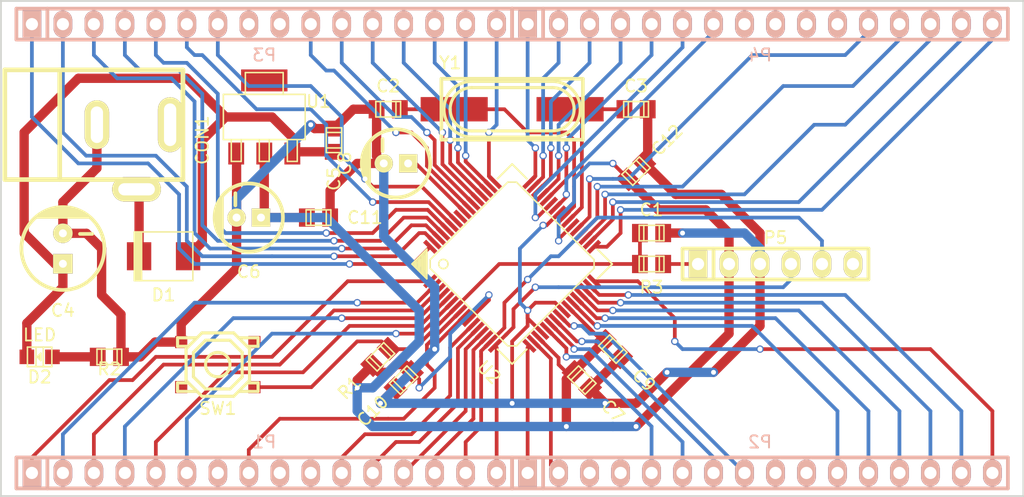
<source format=kicad_pcb>
(kicad_pcb (version 4) (host pcbnew 4.0.1-stable)

  (general
    (links 101)
    (no_connects 0)
    (area 71.044999 38.024999 155.015001 81.266)
    (thickness 1.6)
    (drawings 4)
    (tracks 567)
    (zones 0)
    (modules 27)
    (nets 78)
  )

  (page A4)
  (layers
    (0 F.Cu signal)
    (31 B.Cu signal)
    (32 B.Adhes user)
    (33 F.Adhes user)
    (34 B.Paste user)
    (35 F.Paste user)
    (36 B.SilkS user)
    (37 F.SilkS user)
    (38 B.Mask user)
    (39 F.Mask user)
    (40 Dwgs.User user)
    (41 Cmts.User user)
    (42 Eco1.User user)
    (43 Eco2.User user)
    (44 Edge.Cuts user)
    (45 Margin user)
    (46 B.CrtYd user)
    (47 F.CrtYd user)
    (48 B.Fab user)
    (49 F.Fab user)
  )

  (setup
    (last_trace_width 0.3048)
    (trace_clearance 0.1)
    (zone_clearance 0.508)
    (zone_45_only no)
    (trace_min 0.2)
    (segment_width 0.2)
    (edge_width 0.15)
    (via_size 0.6)
    (via_drill 0.4)
    (via_min_size 0.4)
    (via_min_drill 0.3)
    (uvia_size 0.3)
    (uvia_drill 0.1)
    (uvias_allowed no)
    (uvia_min_size 0.2)
    (uvia_min_drill 0.1)
    (pcb_text_width 0.3)
    (pcb_text_size 1.5 1.5)
    (mod_edge_width 0.15)
    (mod_text_size 1 1)
    (mod_text_width 0.15)
    (pad_size 1.524 1.524)
    (pad_drill 0.762)
    (pad_to_mask_clearance 0.2)
    (aux_axis_origin 0 0)
    (visible_elements 7FFEFFFF)
    (pcbplotparams
      (layerselection 0x00000_00000001)
      (usegerberextensions false)
      (excludeedgelayer true)
      (linewidth 0.100000)
      (plotframeref false)
      (viasonmask false)
      (mode 1)
      (useauxorigin false)
      (hpglpennumber 1)
      (hpglpenspeed 20)
      (hpglpendiameter 15)
      (hpglpenoverlay 2)
      (psnegative false)
      (psa4output false)
      (plotreference true)
      (plotvalue true)
      (plotinvisibletext false)
      (padsonsilk false)
      (subtractmaskfromsilk false)
      (outputformat 1)
      (mirror false)
      (drillshape 0)
      (scaleselection 1)
      (outputdirectory ""))
  )

  (net 0 "")
  (net 1 /MCLR)
  (net 2 GND)
  (net 3 /OSC1)
  (net 4 /OSC2)
  (net 5 "Net-(C4-Pad1)")
  (net 6 +3.3V)
  (net 7 "Net-(C8-Pad1)")
  (net 8 "Net-(CON1-Pad1)")
  (net 9 /L4)
  (net 10 /L5)
  (net 11 /L6)
  (net 12 /L8)
  (net 13 /L1)
  (net 14 /L2)
  (net 15 /L3)
  (net 16 /L17)
  (net 17 /L18)
  (net 18 /L21)
  (net 19 /L22)
  (net 20 /L23)
  (net 21 /L24)
  (net 22 /L33)
  (net 23 /L34)
  (net 24 /L35)
  (net 25 /L36)
  (net 26 /L37)
  (net 27 /L49)
  (net 28 /L50)
  (net 29 /L51)
  (net 30 /L52)
  (net 31 /L53)
  (net 32 /L54)
  (net 33 /L55)
  (net 34 /L11)
  (net 35 /L27)
  (net 36 /L42)
  (net 37 /L43)
  (net 38 "Net-(U2-Pad57)")
  (net 39 /L58)
  (net 40 /L59)
  (net 41 /L12)
  (net 42 /L13)
  (net 43 /L14)
  (net 44 /L15)
  (net 45 /L16)
  (net 46 /L28)
  (net 47 /L29)
  (net 48 /L30)
  (net 49 /L31)
  (net 50 /L32)
  (net 51 /L44)
  (net 52 /L45)
  (net 53 /L46)
  (net 54 /L47)
  (net 55 /L48)
  (net 56 /L60)
  (net 57 /L61)
  (net 58 /L62)
  (net 59 /L63)
  (net 60 /L64)
  (net 61 /L7)
  (net 62 /L9)
  (net 63 /L19)
  (net 64 /L25)
  (net 65 /L39)
  (net 66 /L41)
  (net 67 /L57)
  (net 68 /L10)
  (net 69 /L20)
  (net 70 /L26)
  (net 71 /L38)
  (net 72 /L40)
  (net 73 /L56)
  (net 74 "Net-(CON1-Pad3)")
  (net 75 "Net-(D2-Pad1)")
  (net 76 "Net-(P5-Pad1)")
  (net 77 "Net-(P5-Pad6)")

  (net_class Default "This is the default net class."
    (clearance 0.1)
    (trace_width 0.3048)
    (via_dia 0.6)
    (via_drill 0.4)
    (uvia_dia 0.3)
    (uvia_drill 0.1)
    (add_net /L1)
    (add_net /L10)
    (add_net /L11)
    (add_net /L12)
    (add_net /L13)
    (add_net /L14)
    (add_net /L15)
    (add_net /L16)
    (add_net /L17)
    (add_net /L18)
    (add_net /L19)
    (add_net /L2)
    (add_net /L20)
    (add_net /L21)
    (add_net /L22)
    (add_net /L23)
    (add_net /L24)
    (add_net /L25)
    (add_net /L26)
    (add_net /L27)
    (add_net /L28)
    (add_net /L29)
    (add_net /L3)
    (add_net /L30)
    (add_net /L31)
    (add_net /L32)
    (add_net /L33)
    (add_net /L34)
    (add_net /L35)
    (add_net /L36)
    (add_net /L37)
    (add_net /L38)
    (add_net /L39)
    (add_net /L4)
    (add_net /L40)
    (add_net /L41)
    (add_net /L42)
    (add_net /L43)
    (add_net /L44)
    (add_net /L45)
    (add_net /L46)
    (add_net /L47)
    (add_net /L48)
    (add_net /L49)
    (add_net /L5)
    (add_net /L50)
    (add_net /L51)
    (add_net /L52)
    (add_net /L53)
    (add_net /L54)
    (add_net /L55)
    (add_net /L56)
    (add_net /L57)
    (add_net /L58)
    (add_net /L59)
    (add_net /L6)
    (add_net /L60)
    (add_net /L61)
    (add_net /L62)
    (add_net /L63)
    (add_net /L64)
    (add_net /L7)
    (add_net /L8)
    (add_net /L9)
    (add_net /MCLR)
    (add_net /OSC1)
    (add_net /OSC2)
    (add_net GND)
    (add_net "Net-(C8-Pad1)")
    (add_net "Net-(CON1-Pad3)")
    (add_net "Net-(P5-Pad1)")
    (add_net "Net-(P5-Pad6)")
    (add_net "Net-(U2-Pad57)")
  )

  (net_class pwr ""
    (clearance 0.1)
    (trace_width 0.762)
    (via_dia 0.6)
    (via_drill 0.4)
    (uvia_dia 0.3)
    (uvia_drill 0.1)
    (add_net +3.3V)
    (add_net "Net-(C4-Pad1)")
    (add_net "Net-(CON1-Pad1)")
    (add_net "Net-(D2-Pad1)")
  )

  (module w_smd_cap:c_0805 (layer F.Cu) (tedit 5846953A) (tstamp 5847836F)
    (at 102.87 46.99)
    (descr "SMT capacitor, 0805")
    (path /5845D092)
    (fp_text reference C2 (at 0 -1.905) (layer F.SilkS)
      (effects (font (size 1 1) (thickness 0.15)))
    )
    (fp_text value 22pF (at 0 0.9906) (layer F.SilkS) hide
      (effects (font (size 1 1) (thickness 0.15)))
    )
    (fp_line (start 0.635 -0.635) (end 0.635 0.635) (layer F.SilkS) (width 0.127))
    (fp_line (start -0.635 -0.635) (end -0.635 0.6096) (layer F.SilkS) (width 0.127))
    (fp_line (start -1.016 -0.635) (end 1.016 -0.635) (layer F.SilkS) (width 0.127))
    (fp_line (start 1.016 -0.635) (end 1.016 0.635) (layer F.SilkS) (width 0.127))
    (fp_line (start 1.016 0.635) (end -1.016 0.635) (layer F.SilkS) (width 0.127))
    (fp_line (start -1.016 0.635) (end -1.016 -0.635) (layer F.SilkS) (width 0.127))
    (pad 1 smd rect (at 0.9525 0) (size 1.30048 1.4986) (layers F.Cu F.Paste F.Mask)
      (net 3 /OSC1))
    (pad 2 smd rect (at -0.9525 0) (size 1.30048 1.4986) (layers F.Cu F.Paste F.Mask)
      (net 2 GND))
    (model walter/smd_cap/c_0805.wrl
      (at (xyz 0 0 0))
      (scale (xyz 1 1 1))
      (rotate (xyz 0 0 0))
    )
  )

  (module w_smd_cap:c_0805 (layer F.Cu) (tedit 58469533) (tstamp 5847837B)
    (at 123.19 46.99 180)
    (descr "SMT capacitor, 0805")
    (path /5845D576)
    (fp_text reference C3 (at 0 1.905 180) (layer F.SilkS)
      (effects (font (size 1 1) (thickness 0.15)))
    )
    (fp_text value 22pF (at 0 0.9906 180) (layer F.SilkS) hide
      (effects (font (size 1 1) (thickness 0.15)))
    )
    (fp_line (start 0.635 -0.635) (end 0.635 0.635) (layer F.SilkS) (width 0.127))
    (fp_line (start -0.635 -0.635) (end -0.635 0.6096) (layer F.SilkS) (width 0.127))
    (fp_line (start -1.016 -0.635) (end 1.016 -0.635) (layer F.SilkS) (width 0.127))
    (fp_line (start 1.016 -0.635) (end 1.016 0.635) (layer F.SilkS) (width 0.127))
    (fp_line (start 1.016 0.635) (end -1.016 0.635) (layer F.SilkS) (width 0.127))
    (fp_line (start -1.016 0.635) (end -1.016 -0.635) (layer F.SilkS) (width 0.127))
    (pad 1 smd rect (at 0.9525 0 180) (size 1.30048 1.4986) (layers F.Cu F.Paste F.Mask)
      (net 4 /OSC2))
    (pad 2 smd rect (at -0.9525 0 180) (size 1.30048 1.4986) (layers F.Cu F.Paste F.Mask)
      (net 2 GND))
    (model walter/smd_cap/c_0805.wrl
      (at (xyz 0 0 0))
      (scale (xyz 1 1 1))
      (rotate (xyz 0 0 0))
    )
  )

  (module w_smd_cap:c_0805 (layer F.Cu) (tedit 5846837E) (tstamp 58478392)
    (at 98.425 49.53 270)
    (descr "SMT capacitor, 0805")
    (path /5845AE3A)
    (fp_text reference C5 (at 3.175 0 270) (layer F.SilkS)
      (effects (font (size 1 1) (thickness 0.15)))
    )
    (fp_text value 100nF (at 0 0.9906 270) (layer F.SilkS) hide
      (effects (font (size 1 1) (thickness 0.15)))
    )
    (fp_line (start 0.635 -0.635) (end 0.635 0.635) (layer F.SilkS) (width 0.127))
    (fp_line (start -0.635 -0.635) (end -0.635 0.6096) (layer F.SilkS) (width 0.127))
    (fp_line (start -1.016 -0.635) (end 1.016 -0.635) (layer F.SilkS) (width 0.127))
    (fp_line (start 1.016 -0.635) (end 1.016 0.635) (layer F.SilkS) (width 0.127))
    (fp_line (start 1.016 0.635) (end -1.016 0.635) (layer F.SilkS) (width 0.127))
    (fp_line (start -1.016 0.635) (end -1.016 -0.635) (layer F.SilkS) (width 0.127))
    (pad 1 smd rect (at 0.9525 0 270) (size 1.30048 1.4986) (layers F.Cu F.Paste F.Mask)
      (net 5 "Net-(C4-Pad1)"))
    (pad 2 smd rect (at -0.9525 0 270) (size 1.30048 1.4986) (layers F.Cu F.Paste F.Mask)
      (net 2 GND))
    (model walter/smd_cap/c_0805.wrl
      (at (xyz 0 0 0))
      (scale (xyz 1 1 1))
      (rotate (xyz 0 0 0))
    )
  )

  (module w_smd_cap:c_0805 (layer F.Cu) (tedit 584683DE) (tstamp 584783A9)
    (at 118.745 69.215 135)
    (descr "SMT capacitor, 0805")
    (path /5845B4AE)
    (fp_text reference C7 (at -3.592102 0 135) (layer F.SilkS)
      (effects (font (size 1 1) (thickness 0.15)))
    )
    (fp_text value 100nF (at 0 0.9906 135) (layer F.SilkS) hide
      (effects (font (size 1 1) (thickness 0.15)))
    )
    (fp_line (start 0.635 -0.635) (end 0.635 0.635) (layer F.SilkS) (width 0.127))
    (fp_line (start -0.635 -0.635) (end -0.635 0.6096) (layer F.SilkS) (width 0.127))
    (fp_line (start -1.016 -0.635) (end 1.016 -0.635) (layer F.SilkS) (width 0.127))
    (fp_line (start 1.016 -0.635) (end 1.016 0.635) (layer F.SilkS) (width 0.127))
    (fp_line (start 1.016 0.635) (end -1.016 0.635) (layer F.SilkS) (width 0.127))
    (fp_line (start -1.016 0.635) (end -1.016 -0.635) (layer F.SilkS) (width 0.127))
    (pad 1 smd rect (at 0.9525 0 135) (size 1.30048 1.4986) (layers F.Cu F.Paste F.Mask)
      (net 6 +3.3V))
    (pad 2 smd rect (at -0.9525 0 135) (size 1.30048 1.4986) (layers F.Cu F.Paste F.Mask)
      (net 2 GND))
    (model walter/smd_cap/c_0805.wrl
      (at (xyz 0 0 0))
      (scale (xyz 1 1 1))
      (rotate (xyz 0 0 0))
    )
  )

  (module w_capacitors:CP_5x11mm (layer F.Cu) (tedit 5845BC01) (tstamp 584783B4)
    (at 103.505 51.435 90)
    (descr "Capacitor, pol, cyl 5x11mm")
    (path /5845BCE4)
    (fp_text reference C8 (at 0 -4.2 90) (layer F.SilkS)
      (effects (font (size 1 1) (thickness 0.15)))
    )
    (fp_text value "10uF 16V" (at 0 4.2 90) (layer F.SilkS) hide
      (effects (font (size 1 1) (thickness 0.15)))
    )
    (fp_line (start -0.8 -2.6) (end 0.8 -2.6) (layer F.SilkS) (width 0.3048))
    (fp_line (start -1.3 -2.4) (end 1.3 -2.4) (layer F.SilkS) (width 0.3048))
    (fp_line (start -1.7 -2.2) (end 1.7 -2.2) (layer F.SilkS) (width 0.3048))
    (fp_circle (center 0 0) (end 2.8 0) (layer F.SilkS) (width 0.3048))
    (fp_line (start 1 -1.1) (end 2 -1.1) (layer F.SilkS) (width 0.3))
    (pad 1 thru_hole rect (at 0 1 90) (size 1.5 1.5) (drill 0.65) (layers *.Cu *.Mask F.SilkS)
      (net 7 "Net-(C8-Pad1)"))
    (pad 2 thru_hole circle (at 0 -1 90) (size 1.5 1.5) (drill 0.65) (layers *.Cu *.Mask F.SilkS)
      (net 2 GND))
    (model walter/capacitors/cp_5x11mm.wrl
      (at (xyz 0 0 0))
      (scale (xyz 1 1 1))
      (rotate (xyz 0 0 0))
    )
  )

  (module w_smd_cap:c_0805 (layer F.Cu) (tedit 58468387) (tstamp 584783C0)
    (at 121.285 66.675 135)
    (descr "SMT capacitor, 0805")
    (path /5845C122)
    (fp_text reference C9 (at -3.592102 0 135) (layer F.SilkS)
      (effects (font (size 1 1) (thickness 0.15)))
    )
    (fp_text value 100nF (at 0 0.9906 135) (layer F.SilkS) hide
      (effects (font (size 1 1) (thickness 0.15)))
    )
    (fp_line (start 0.635 -0.635) (end 0.635 0.635) (layer F.SilkS) (width 0.127))
    (fp_line (start -0.635 -0.635) (end -0.635 0.6096) (layer F.SilkS) (width 0.127))
    (fp_line (start -1.016 -0.635) (end 1.016 -0.635) (layer F.SilkS) (width 0.127))
    (fp_line (start 1.016 -0.635) (end 1.016 0.635) (layer F.SilkS) (width 0.127))
    (fp_line (start 1.016 0.635) (end -1.016 0.635) (layer F.SilkS) (width 0.127))
    (fp_line (start -1.016 0.635) (end -1.016 -0.635) (layer F.SilkS) (width 0.127))
    (pad 1 smd rect (at 0.9525 0 135) (size 1.30048 1.4986) (layers F.Cu F.Paste F.Mask)
      (net 6 +3.3V))
    (pad 2 smd rect (at -0.9525 0 135) (size 1.30048 1.4986) (layers F.Cu F.Paste F.Mask)
      (net 2 GND))
    (model walter/smd_cap/c_0805.wrl
      (at (xyz 0 0 0))
      (scale (xyz 1 1 1))
      (rotate (xyz 0 0 0))
    )
  )

  (module w_smd_cap:c_0805 (layer F.Cu) (tedit 58468339) (tstamp 584783CC)
    (at 104.14 69.215 45)
    (descr "SMT capacitor, 0805")
    (path /5845C334)
    (fp_text reference C10 (at -3.592102 0 45) (layer F.SilkS)
      (effects (font (size 1 1) (thickness 0.15)))
    )
    (fp_text value 100nF (at 0 0.9906 45) (layer F.SilkS) hide
      (effects (font (size 1 1) (thickness 0.15)))
    )
    (fp_line (start 0.635 -0.635) (end 0.635 0.635) (layer F.SilkS) (width 0.127))
    (fp_line (start -0.635 -0.635) (end -0.635 0.6096) (layer F.SilkS) (width 0.127))
    (fp_line (start -1.016 -0.635) (end 1.016 -0.635) (layer F.SilkS) (width 0.127))
    (fp_line (start 1.016 -0.635) (end 1.016 0.635) (layer F.SilkS) (width 0.127))
    (fp_line (start 1.016 0.635) (end -1.016 0.635) (layer F.SilkS) (width 0.127))
    (fp_line (start -1.016 0.635) (end -1.016 -0.635) (layer F.SilkS) (width 0.127))
    (pad 1 smd rect (at 0.9525 0 45) (size 1.30048 1.4986) (layers F.Cu F.Paste F.Mask)
      (net 6 +3.3V))
    (pad 2 smd rect (at -0.9525 0 45) (size 1.30048 1.4986) (layers F.Cu F.Paste F.Mask)
      (net 2 GND))
    (model walter/smd_cap/c_0805.wrl
      (at (xyz 0 0 0))
      (scale (xyz 1 1 1))
      (rotate (xyz 0 0 0))
    )
  )

  (module w_smd_cap:c_0805 (layer F.Cu) (tedit 58468488) (tstamp 584783D8)
    (at 97.155 55.88 180)
    (descr "SMT capacitor, 0805")
    (path /5845C398)
    (fp_text reference C11 (at -3.81 0 180) (layer F.SilkS)
      (effects (font (size 1 1) (thickness 0.15)))
    )
    (fp_text value 100nF (at 0 0.9906 180) (layer F.SilkS) hide
      (effects (font (size 1 1) (thickness 0.15)))
    )
    (fp_line (start 0.635 -0.635) (end 0.635 0.635) (layer F.SilkS) (width 0.127))
    (fp_line (start -0.635 -0.635) (end -0.635 0.6096) (layer F.SilkS) (width 0.127))
    (fp_line (start -1.016 -0.635) (end 1.016 -0.635) (layer F.SilkS) (width 0.127))
    (fp_line (start 1.016 -0.635) (end 1.016 0.635) (layer F.SilkS) (width 0.127))
    (fp_line (start 1.016 0.635) (end -1.016 0.635) (layer F.SilkS) (width 0.127))
    (fp_line (start -1.016 0.635) (end -1.016 -0.635) (layer F.SilkS) (width 0.127))
    (pad 1 smd rect (at 0.9525 0 180) (size 1.30048 1.4986) (layers F.Cu F.Paste F.Mask)
      (net 6 +3.3V))
    (pad 2 smd rect (at -0.9525 0 180) (size 1.30048 1.4986) (layers F.Cu F.Paste F.Mask)
      (net 2 GND))
    (model walter/smd_cap/c_0805.wrl
      (at (xyz 0 0 0))
      (scale (xyz 1 1 1))
      (rotate (xyz 0 0 0))
    )
  )

  (module w_smd_cap:c_0805 (layer F.Cu) (tedit 584682FF) (tstamp 584783E4)
    (at 123.19 52.07 225)
    (descr "SMT capacitor, 0805")
    (path /5845C3AC)
    (fp_text reference C12 (at -3.592102 0 225) (layer F.SilkS)
      (effects (font (size 1 1) (thickness 0.15)))
    )
    (fp_text value 100nF (at 0 0.9906 225) (layer F.SilkS) hide
      (effects (font (size 1 1) (thickness 0.15)))
    )
    (fp_line (start 0.635 -0.635) (end 0.635 0.635) (layer F.SilkS) (width 0.127))
    (fp_line (start -0.635 -0.635) (end -0.635 0.6096) (layer F.SilkS) (width 0.127))
    (fp_line (start -1.016 -0.635) (end 1.016 -0.635) (layer F.SilkS) (width 0.127))
    (fp_line (start 1.016 -0.635) (end 1.016 0.635) (layer F.SilkS) (width 0.127))
    (fp_line (start 1.016 0.635) (end -1.016 0.635) (layer F.SilkS) (width 0.127))
    (fp_line (start -1.016 0.635) (end -1.016 -0.635) (layer F.SilkS) (width 0.127))
    (pad 1 smd rect (at 0.9525 0 225) (size 1.30048 1.4986) (layers F.Cu F.Paste F.Mask)
      (net 6 +3.3V))
    (pad 2 smd rect (at -0.9525 0 225) (size 1.30048 1.4986) (layers F.Cu F.Paste F.Mask)
      (net 2 GND))
    (model walter/smd_cap/c_0805.wrl
      (at (xyz 0 0 0))
      (scale (xyz 1 1 1))
      (rotate (xyz 0 0 0))
    )
  )

  (module w_conn_misc:dc_socket (layer F.Cu) (tedit 5845BDEB) (tstamp 584783F0)
    (at 78.74 48.26 270)
    (descr "Socket, DC power supply")
    (path /5845ACFF)
    (fp_text reference CON1 (at 1.27 -8.89 450) (layer F.SilkS)
      (effects (font (size 1 1) (thickness 0.15)))
    )
    (fp_text value BARREL_JACK (at 0 -8.60044 270) (layer F.SilkS) hide
      (effects (font (size 1 1) (thickness 0.15)))
    )
    (fp_line (start -4.50088 2.79908) (end 4.50088 2.79908) (layer F.SilkS) (width 0.381))
    (fp_line (start -4.50088 7.29996) (end 4.50088 7.29996) (layer F.SilkS) (width 0.381))
    (fp_line (start 4.50088 7.29996) (end 4.50088 -7.29996) (layer F.SilkS) (width 0.381))
    (fp_line (start 4.50088 -7.29996) (end -4.50088 -7.29996) (layer F.SilkS) (width 0.381))
    (fp_line (start -4.50088 -7.29996) (end -4.50088 7.29996) (layer F.SilkS) (width 0.381))
    (pad 1 thru_hole oval (at 5.30098 -3.50012 270) (size 1.99898 4.0005) (drill oval 1.00076 2.99974) (layers *.Cu *.Mask F.SilkS)
      (net 8 "Net-(CON1-Pad1)"))
    (pad 2 thru_hole oval (at 0 -0.24892 270) (size 4.0005 1.99898) (drill oval 2.99974 1.00076) (layers *.Cu *.Mask F.SilkS)
      (net 2 GND))
    (pad 3 thru_hole oval (at 0 -6.25094 270) (size 4.50088 1.99898) (drill oval 3.50012 1.00076) (layers *.Cu *.Mask F.SilkS)
      (net 74 "Net-(CON1-Pad3)"))
    (model walter/conn_misc/dc_socket.wrl
      (at (xyz 0 0 0))
      (scale (xyz 1 1 1))
      (rotate (xyz 0 0 0))
    )
  )

  (module w_smd_diode:do214aa (layer F.Cu) (tedit 584695AE) (tstamp 58478400)
    (at 84.455 59.055 180)
    (descr DO214AA)
    (path /5845AEB8)
    (fp_text reference D1 (at 0 -3.175 180) (layer F.SilkS)
      (effects (font (size 1 1) (thickness 0.15)))
    )
    (fp_text value 1n4007 (at 0 2.49936 180) (layer F.SilkS) hide
      (effects (font (size 1 1) (thickness 0.15)))
    )
    (fp_line (start 2.30124 -1.99898) (end 2.30124 1.99898) (layer F.SilkS) (width 0.127))
    (fp_line (start 2.19964 1.99898) (end 2.19964 -1.99898) (layer F.SilkS) (width 0.127))
    (fp_line (start 2.10058 -1.99898) (end 2.10058 1.99898) (layer F.SilkS) (width 0.127))
    (fp_line (start 1.99898 1.99898) (end 1.99898 -1.99898) (layer F.SilkS) (width 0.127))
    (fp_line (start 1.89992 -1.99898) (end 1.89992 1.99898) (layer F.SilkS) (width 0.127))
    (fp_line (start 1.80086 -1.99898) (end 1.80086 1.99898) (layer F.SilkS) (width 0.127))
    (fp_line (start 2.4003 -1.99898) (end 2.4003 1.99898) (layer F.SilkS) (width 0.127))
    (fp_line (start 2.4003 1.99898) (end -2.4003 1.99898) (layer F.SilkS) (width 0.127))
    (fp_line (start -2.4003 1.99898) (end -2.4003 -1.99898) (layer F.SilkS) (width 0.127))
    (fp_line (start -2.4003 -1.99898) (end 2.4003 -1.99898) (layer F.SilkS) (width 0.127))
    (pad 2 smd rect (at 2.00914 0 180) (size 1.99898 2.30124) (layers F.Cu F.Paste F.Mask)
      (net 8 "Net-(CON1-Pad1)"))
    (pad 1 smd rect (at -2.00914 0 180) (size 1.99898 2.30124) (layers F.Cu F.Paste F.Mask)
      (net 5 "Net-(C4-Pad1)"))
    (model walter/smd_diode/do214aa.wrl
      (at (xyz 0 0 0))
      (scale (xyz 1 1 1))
      (rotate (xyz 0 0 0))
    )
  )

  (module w_pin_strip:pin_strip_16 (layer B.Cu) (tedit 58469389) (tstamp 58478419)
    (at 92.71 76.835)
    (descr "Pin strip 16pin")
    (tags "CONN DEV")
    (path /5846A5D9)
    (fp_text reference P1 (at 0 -2.54) (layer B.SilkS)
      (effects (font (size 1 1) (thickness 0.15)) (justify mirror))
    )
    (fp_text value CONN_01X16 (at 0.254 3.556) (layer B.SilkS) hide
      (effects (font (size 1 1) (thickness 0.15)) (justify mirror))
    )
    (fp_line (start 20.32 -1.27) (end -20.32 -1.27) (layer B.SilkS) (width 0.3048))
    (fp_line (start -20.32 1.27) (end 20.32 1.27) (layer B.SilkS) (width 0.3048))
    (fp_line (start 20.32 1.27) (end 20.32 -1.27) (layer B.SilkS) (width 0.3048))
    (fp_line (start -17.78 1.27) (end -17.78 -1.27) (layer B.SilkS) (width 0.3048))
    (fp_line (start -20.32 -1.27) (end -20.32 1.27) (layer B.SilkS) (width 0.3048))
    (pad 1 thru_hole rect (at -19.05 0) (size 1.524 2.19964) (drill 1.00076) (layers *.Cu *.Mask B.SilkS)
      (net 13 /L1))
    (pad 2 thru_hole oval (at -16.51 0) (size 1.524 2.19964) (drill 1.00076) (layers *.Cu *.Mask B.SilkS)
      (net 14 /L2))
    (pad 3 thru_hole oval (at -13.97 0) (size 1.524 2.19964) (drill 1.00076) (layers *.Cu *.Mask B.SilkS)
      (net 15 /L3))
    (pad 4 thru_hole oval (at -11.43 0) (size 1.524 2.19964) (drill 1.00076) (layers *.Cu *.Mask B.SilkS)
      (net 9 /L4))
    (pad 5 thru_hole oval (at -8.89 0) (size 1.524 2.19964) (drill 1.00076) (layers *.Cu *.Mask B.SilkS)
      (net 10 /L5))
    (pad 6 thru_hole oval (at -6.35 0) (size 1.524 2.19964) (drill 1.00076) (layers *.Cu *.Mask B.SilkS)
      (net 11 /L6))
    (pad 7 thru_hole oval (at -3.81 0) (size 1.524 2.19964) (drill 1.00076) (layers *.Cu *.Mask B.SilkS)
      (net 61 /L7))
    (pad 8 thru_hole oval (at -1.27 0) (size 1.524 2.19964) (drill 1.00076) (layers *.Cu *.Mask B.SilkS)
      (net 12 /L8))
    (pad 9 thru_hole oval (at 1.27 0) (size 1.524 2.19964) (drill 1.00076) (layers *.Cu *.Mask B.SilkS)
      (net 62 /L9))
    (pad 10 thru_hole oval (at 3.81 0) (size 1.524 2.19964) (drill 1.00076) (layers *.Cu *.Mask B.SilkS)
      (net 68 /L10))
    (pad 11 thru_hole oval (at 6.35 0) (size 1.524 2.19964) (drill 1.00076) (layers *.Cu *.Mask B.SilkS)
      (net 34 /L11))
    (pad 12 thru_hole oval (at 8.89 0) (size 1.524 2.19964) (drill 1.00076) (layers *.Cu *.Mask B.SilkS)
      (net 41 /L12))
    (pad 13 thru_hole oval (at 11.43 0) (size 1.524 2.19964) (drill 1.00076) (layers *.Cu *.Mask B.SilkS)
      (net 42 /L13))
    (pad 14 thru_hole oval (at 13.97 0) (size 1.524 2.19964) (drill 1.00076) (layers *.Cu *.Mask B.SilkS)
      (net 43 /L14))
    (pad 15 thru_hole oval (at 16.51 0) (size 1.524 2.19964) (drill 1.00076) (layers *.Cu *.Mask B.SilkS)
      (net 44 /L15))
    (pad 16 thru_hole oval (at 19.05 0) (size 1.524 2.19964) (drill 1.00076) (layers *.Cu *.Mask B.SilkS)
      (net 45 /L16))
    (model walter/pin_strip/pin_strip_16.wrl
      (at (xyz 0 0 0))
      (scale (xyz 1 1 1))
      (rotate (xyz 0 0 0))
    )
  )

  (module w_pin_strip:pin_strip_16 (layer B.Cu) (tedit 58469384) (tstamp 58478432)
    (at 133.35 76.835)
    (descr "Pin strip 16pin")
    (tags "CONN DEV")
    (path /5846B30F)
    (fp_text reference P2 (at 0 -2.54) (layer B.SilkS)
      (effects (font (size 1 1) (thickness 0.15)) (justify mirror))
    )
    (fp_text value CONN_01X16 (at 0.254 3.556) (layer B.SilkS) hide
      (effects (font (size 1 1) (thickness 0.15)) (justify mirror))
    )
    (fp_line (start 20.32 -1.27) (end -20.32 -1.27) (layer B.SilkS) (width 0.3048))
    (fp_line (start -20.32 1.27) (end 20.32 1.27) (layer B.SilkS) (width 0.3048))
    (fp_line (start 20.32 1.27) (end 20.32 -1.27) (layer B.SilkS) (width 0.3048))
    (fp_line (start -17.78 1.27) (end -17.78 -1.27) (layer B.SilkS) (width 0.3048))
    (fp_line (start -20.32 -1.27) (end -20.32 1.27) (layer B.SilkS) (width 0.3048))
    (pad 1 thru_hole rect (at -19.05 0) (size 1.524 2.19964) (drill 1.00076) (layers *.Cu *.Mask B.SilkS)
      (net 16 /L17))
    (pad 2 thru_hole oval (at -16.51 0) (size 1.524 2.19964) (drill 1.00076) (layers *.Cu *.Mask B.SilkS)
      (net 17 /L18))
    (pad 3 thru_hole oval (at -13.97 0) (size 1.524 2.19964) (drill 1.00076) (layers *.Cu *.Mask B.SilkS)
      (net 63 /L19))
    (pad 4 thru_hole oval (at -11.43 0) (size 1.524 2.19964) (drill 1.00076) (layers *.Cu *.Mask B.SilkS)
      (net 69 /L20))
    (pad 5 thru_hole oval (at -8.89 0) (size 1.524 2.19964) (drill 1.00076) (layers *.Cu *.Mask B.SilkS)
      (net 18 /L21))
    (pad 6 thru_hole oval (at -6.35 0) (size 1.524 2.19964) (drill 1.00076) (layers *.Cu *.Mask B.SilkS)
      (net 19 /L22))
    (pad 7 thru_hole oval (at -3.81 0) (size 1.524 2.19964) (drill 1.00076) (layers *.Cu *.Mask B.SilkS)
      (net 20 /L23))
    (pad 8 thru_hole oval (at -1.27 0) (size 1.524 2.19964) (drill 1.00076) (layers *.Cu *.Mask B.SilkS)
      (net 21 /L24))
    (pad 9 thru_hole oval (at 1.27 0) (size 1.524 2.19964) (drill 1.00076) (layers *.Cu *.Mask B.SilkS)
      (net 64 /L25))
    (pad 10 thru_hole oval (at 3.81 0) (size 1.524 2.19964) (drill 1.00076) (layers *.Cu *.Mask B.SilkS)
      (net 70 /L26))
    (pad 11 thru_hole oval (at 6.35 0) (size 1.524 2.19964) (drill 1.00076) (layers *.Cu *.Mask B.SilkS)
      (net 35 /L27))
    (pad 12 thru_hole oval (at 8.89 0) (size 1.524 2.19964) (drill 1.00076) (layers *.Cu *.Mask B.SilkS)
      (net 46 /L28))
    (pad 13 thru_hole oval (at 11.43 0) (size 1.524 2.19964) (drill 1.00076) (layers *.Cu *.Mask B.SilkS)
      (net 47 /L29))
    (pad 14 thru_hole oval (at 13.97 0) (size 1.524 2.19964) (drill 1.00076) (layers *.Cu *.Mask B.SilkS)
      (net 48 /L30))
    (pad 15 thru_hole oval (at 16.51 0) (size 1.524 2.19964) (drill 1.00076) (layers *.Cu *.Mask B.SilkS)
      (net 49 /L31))
    (pad 16 thru_hole oval (at 19.05 0) (size 1.524 2.19964) (drill 1.00076) (layers *.Cu *.Mask B.SilkS)
      (net 50 /L32))
    (model walter/pin_strip/pin_strip_16.wrl
      (at (xyz 0 0 0))
      (scale (xyz 1 1 1))
      (rotate (xyz 0 0 0))
    )
  )

  (module w_pin_strip:pin_strip_16 (layer B.Cu) (tedit 5846938C) (tstamp 5847844B)
    (at 92.71 40.005)
    (descr "Pin strip 16pin")
    (tags "CONN DEV")
    (path /5846B28E)
    (fp_text reference P3 (at 0 2.54) (layer B.SilkS)
      (effects (font (size 1 1) (thickness 0.15)) (justify mirror))
    )
    (fp_text value CONN_01X16 (at 0.254 3.556) (layer B.SilkS) hide
      (effects (font (size 1 1) (thickness 0.15)) (justify mirror))
    )
    (fp_line (start 20.32 -1.27) (end -20.32 -1.27) (layer B.SilkS) (width 0.3048))
    (fp_line (start -20.32 1.27) (end 20.32 1.27) (layer B.SilkS) (width 0.3048))
    (fp_line (start 20.32 1.27) (end 20.32 -1.27) (layer B.SilkS) (width 0.3048))
    (fp_line (start -17.78 1.27) (end -17.78 -1.27) (layer B.SilkS) (width 0.3048))
    (fp_line (start -20.32 -1.27) (end -20.32 1.27) (layer B.SilkS) (width 0.3048))
    (pad 1 thru_hole rect (at -19.05 0) (size 1.524 2.19964) (drill 1.00076) (layers *.Cu *.Mask B.SilkS)
      (net 60 /L64))
    (pad 2 thru_hole oval (at -16.51 0) (size 1.524 2.19964) (drill 1.00076) (layers *.Cu *.Mask B.SilkS)
      (net 59 /L63))
    (pad 3 thru_hole oval (at -13.97 0) (size 1.524 2.19964) (drill 1.00076) (layers *.Cu *.Mask B.SilkS)
      (net 58 /L62))
    (pad 4 thru_hole oval (at -11.43 0) (size 1.524 2.19964) (drill 1.00076) (layers *.Cu *.Mask B.SilkS)
      (net 57 /L61))
    (pad 5 thru_hole oval (at -8.89 0) (size 1.524 2.19964) (drill 1.00076) (layers *.Cu *.Mask B.SilkS)
      (net 56 /L60))
    (pad 6 thru_hole oval (at -6.35 0) (size 1.524 2.19964) (drill 1.00076) (layers *.Cu *.Mask B.SilkS)
      (net 40 /L59))
    (pad 7 thru_hole oval (at -3.81 0) (size 1.524 2.19964) (drill 1.00076) (layers *.Cu *.Mask B.SilkS)
      (net 39 /L58))
    (pad 8 thru_hole oval (at -1.27 0) (size 1.524 2.19964) (drill 1.00076) (layers *.Cu *.Mask B.SilkS)
      (net 67 /L57))
    (pad 9 thru_hole oval (at 1.27 0) (size 1.524 2.19964) (drill 1.00076) (layers *.Cu *.Mask B.SilkS)
      (net 73 /L56))
    (pad 10 thru_hole oval (at 3.81 0) (size 1.524 2.19964) (drill 1.00076) (layers *.Cu *.Mask B.SilkS)
      (net 33 /L55))
    (pad 11 thru_hole oval (at 6.35 0) (size 1.524 2.19964) (drill 1.00076) (layers *.Cu *.Mask B.SilkS)
      (net 32 /L54))
    (pad 12 thru_hole oval (at 8.89 0) (size 1.524 2.19964) (drill 1.00076) (layers *.Cu *.Mask B.SilkS)
      (net 31 /L53))
    (pad 13 thru_hole oval (at 11.43 0) (size 1.524 2.19964) (drill 1.00076) (layers *.Cu *.Mask B.SilkS)
      (net 30 /L52))
    (pad 14 thru_hole oval (at 13.97 0) (size 1.524 2.19964) (drill 1.00076) (layers *.Cu *.Mask B.SilkS)
      (net 29 /L51))
    (pad 15 thru_hole oval (at 16.51 0) (size 1.524 2.19964) (drill 1.00076) (layers *.Cu *.Mask B.SilkS)
      (net 28 /L50))
    (pad 16 thru_hole oval (at 19.05 0) (size 1.524 2.19964) (drill 1.00076) (layers *.Cu *.Mask B.SilkS)
      (net 27 /L49))
    (model walter/pin_strip/pin_strip_16.wrl
      (at (xyz 0 0 0))
      (scale (xyz 1 1 1))
      (rotate (xyz 0 0 0))
    )
  )

  (module w_pin_strip:pin_strip_16 (layer B.Cu) (tedit 5846938F) (tstamp 58478464)
    (at 133.35 40.005)
    (descr "Pin strip 16pin")
    (tags "CONN DEV")
    (path /5846B399)
    (fp_text reference P4 (at 0 2.54) (layer B.SilkS)
      (effects (font (size 1 1) (thickness 0.15)) (justify mirror))
    )
    (fp_text value CONN_01X16 (at 0.254 3.556) (layer B.SilkS) hide
      (effects (font (size 1 1) (thickness 0.15)) (justify mirror))
    )
    (fp_line (start 20.32 -1.27) (end -20.32 -1.27) (layer B.SilkS) (width 0.3048))
    (fp_line (start -20.32 1.27) (end 20.32 1.27) (layer B.SilkS) (width 0.3048))
    (fp_line (start 20.32 1.27) (end 20.32 -1.27) (layer B.SilkS) (width 0.3048))
    (fp_line (start -17.78 1.27) (end -17.78 -1.27) (layer B.SilkS) (width 0.3048))
    (fp_line (start -20.32 -1.27) (end -20.32 1.27) (layer B.SilkS) (width 0.3048))
    (pad 1 thru_hole rect (at -19.05 0) (size 1.524 2.19964) (drill 1.00076) (layers *.Cu *.Mask B.SilkS)
      (net 55 /L48))
    (pad 2 thru_hole oval (at -16.51 0) (size 1.524 2.19964) (drill 1.00076) (layers *.Cu *.Mask B.SilkS)
      (net 54 /L47))
    (pad 3 thru_hole oval (at -13.97 0) (size 1.524 2.19964) (drill 1.00076) (layers *.Cu *.Mask B.SilkS)
      (net 53 /L46))
    (pad 4 thru_hole oval (at -11.43 0) (size 1.524 2.19964) (drill 1.00076) (layers *.Cu *.Mask B.SilkS)
      (net 52 /L45))
    (pad 5 thru_hole oval (at -8.89 0) (size 1.524 2.19964) (drill 1.00076) (layers *.Cu *.Mask B.SilkS)
      (net 51 /L44))
    (pad 6 thru_hole oval (at -6.35 0) (size 1.524 2.19964) (drill 1.00076) (layers *.Cu *.Mask B.SilkS)
      (net 37 /L43))
    (pad 7 thru_hole oval (at -3.81 0) (size 1.524 2.19964) (drill 1.00076) (layers *.Cu *.Mask B.SilkS)
      (net 36 /L42))
    (pad 8 thru_hole oval (at -1.27 0) (size 1.524 2.19964) (drill 1.00076) (layers *.Cu *.Mask B.SilkS)
      (net 66 /L41))
    (pad 9 thru_hole oval (at 1.27 0) (size 1.524 2.19964) (drill 1.00076) (layers *.Cu *.Mask B.SilkS)
      (net 72 /L40))
    (pad 10 thru_hole oval (at 3.81 0) (size 1.524 2.19964) (drill 1.00076) (layers *.Cu *.Mask B.SilkS)
      (net 65 /L39))
    (pad 11 thru_hole oval (at 6.35 0) (size 1.524 2.19964) (drill 1.00076) (layers *.Cu *.Mask B.SilkS)
      (net 71 /L38))
    (pad 12 thru_hole oval (at 8.89 0) (size 1.524 2.19964) (drill 1.00076) (layers *.Cu *.Mask B.SilkS)
      (net 26 /L37))
    (pad 13 thru_hole oval (at 11.43 0) (size 1.524 2.19964) (drill 1.00076) (layers *.Cu *.Mask B.SilkS)
      (net 25 /L36))
    (pad 14 thru_hole oval (at 13.97 0) (size 1.524 2.19964) (drill 1.00076) (layers *.Cu *.Mask B.SilkS)
      (net 24 /L35))
    (pad 15 thru_hole oval (at 16.51 0) (size 1.524 2.19964) (drill 1.00076) (layers *.Cu *.Mask B.SilkS)
      (net 23 /L34))
    (pad 16 thru_hole oval (at 19.05 0) (size 1.524 2.19964) (drill 1.00076) (layers *.Cu *.Mask B.SilkS)
      (net 22 /L33))
    (model walter/pin_strip/pin_strip_16.wrl
      (at (xyz 0 0 0))
      (scale (xyz 1 1 1))
      (rotate (xyz 0 0 0))
    )
  )

  (module w_smd_resistors:r_0805 (layer F.Cu) (tedit 5846830D) (tstamp 58478470)
    (at 102.235 67.31 225)
    (descr "SMT resistor, 0805")
    (path /5845E007)
    (fp_text reference R1 (at 3.592102 0 225) (layer F.SilkS)
      (effects (font (size 1 1) (thickness 0.15)))
    )
    (fp_text value 10K (at 0 0.9906 225) (layer F.SilkS) hide
      (effects (font (size 1 1) (thickness 0.15)))
    )
    (fp_line (start 0.635 -0.635) (end 0.635 0.635) (layer F.SilkS) (width 0.127))
    (fp_line (start -0.635 -0.635) (end -0.635 0.6096) (layer F.SilkS) (width 0.127))
    (fp_line (start -1.016 -0.635) (end 1.016 -0.635) (layer F.SilkS) (width 0.127))
    (fp_line (start 1.016 -0.635) (end 1.016 0.635) (layer F.SilkS) (width 0.127))
    (fp_line (start 1.016 0.635) (end -1.016 0.635) (layer F.SilkS) (width 0.127))
    (fp_line (start -1.016 0.635) (end -1.016 -0.635) (layer F.SilkS) (width 0.127))
    (pad 1 smd rect (at 0.9525 0 225) (size 1.30048 1.4986) (layers F.Cu F.Paste F.Mask)
      (net 6 +3.3V))
    (pad 2 smd rect (at -0.9525 0 225) (size 1.30048 1.4986) (layers F.Cu F.Paste F.Mask)
      (net 1 /MCLR))
    (model walter/smd_resistors/r_0805.wrl
      (at (xyz 0 0 0))
      (scale (xyz 1 1 1))
      (rotate (xyz 0 0 0))
    )
  )

  (module w_switch:smd_push2 (layer F.Cu) (tedit 5846827D) (tstamp 58478495)
    (at 88.9 67.945 180)
    (descr "SMD Pushbutton 2")
    (path /5845FC03)
    (autoplace_cost180 10)
    (fp_text reference SW1 (at 0 -3.59918 180) (layer F.SilkS)
      (effects (font (size 1 1) (thickness 0.15)))
    )
    (fp_text value SW_PUSH (at 0 3.59918 180) (layer F.SilkS) hide
      (effects (font (size 1 1) (thickness 0.15)))
    )
    (fp_line (start 2.4003 -1.50114) (end 3.29946 -1.50114) (layer F.SilkS) (width 0.254))
    (fp_line (start 3.29946 -1.50114) (end 3.29946 -2.19964) (layer F.SilkS) (width 0.254))
    (fp_line (start 3.29946 -2.19964) (end 1.69926 -2.19964) (layer F.SilkS) (width 0.254))
    (fp_line (start 1.69926 2.19964) (end 3.29946 2.19964) (layer F.SilkS) (width 0.254))
    (fp_line (start 3.29946 2.19964) (end 3.29946 1.50114) (layer F.SilkS) (width 0.254))
    (fp_line (start 3.29946 1.50114) (end 2.4003 1.50114) (layer F.SilkS) (width 0.254))
    (fp_line (start -3.29946 1.50114) (end -3.29946 2.19964) (layer F.SilkS) (width 0.254))
    (fp_line (start -3.29946 2.19964) (end -1.69926 2.19964) (layer F.SilkS) (width 0.254))
    (fp_line (start -3.29946 1.50114) (end -2.4003 1.50114) (layer F.SilkS) (width 0.254))
    (fp_line (start -1.69926 -2.19964) (end -3.29946 -2.19964) (layer F.SilkS) (width 0.254))
    (fp_line (start -3.29946 -2.19964) (end -3.29946 -1.50114) (layer F.SilkS) (width 0.254))
    (fp_line (start -3.29946 -1.50114) (end -2.4003 -1.50114) (layer F.SilkS) (width 0.254))
    (fp_line (start -1.99898 1.00076) (end -1.00076 1.99898) (layer F.SilkS) (width 0.254))
    (fp_line (start -1.00076 1.99898) (end 1.00076 1.99898) (layer F.SilkS) (width 0.254))
    (fp_line (start 1.00076 1.99898) (end 1.99898 1.00076) (layer F.SilkS) (width 0.254))
    (fp_line (start 1.99898 1.00076) (end 1.99898 -1.00076) (layer F.SilkS) (width 0.254))
    (fp_line (start 1.99898 -1.00076) (end 1.00076 -1.99898) (layer F.SilkS) (width 0.254))
    (fp_line (start 1.00076 -1.99898) (end -1.00076 -1.99898) (layer F.SilkS) (width 0.254))
    (fp_line (start -1.00076 -1.99898) (end -1.99898 -1.00076) (layer F.SilkS) (width 0.254))
    (fp_line (start -1.99898 -1.00076) (end -1.99898 1.00076) (layer F.SilkS) (width 0.254))
    (fp_line (start -1.30048 2.60096) (end 1.30048 2.60096) (layer F.SilkS) (width 0.254))
    (fp_line (start -2.60096 -1.30048) (end -2.60096 1.30048) (layer F.SilkS) (width 0.254))
    (fp_line (start 1.30048 2.60096) (end 2.60096 1.30048) (layer F.SilkS) (width 0.254))
    (fp_line (start 2.60096 1.30048) (end 2.60096 -1.30048) (layer F.SilkS) (width 0.254))
    (fp_line (start 2.60096 -1.30048) (end 1.30048 -2.60096) (layer F.SilkS) (width 0.254))
    (fp_line (start 1.30048 -2.60096) (end -1.30048 -2.60096) (layer F.SilkS) (width 0.254))
    (fp_line (start -2.60096 1.30048) (end -1.30048 2.60096) (layer F.SilkS) (width 0.254))
    (fp_line (start -1.30048 -2.60096) (end -2.60096 -1.30048) (layer F.SilkS) (width 0.254))
    (fp_circle (center 0 0) (end -1.00076 0) (layer F.SilkS) (width 0.254))
    (pad 1 smd rect (at -2.99974 -1.84912 180) (size 1.00076 1.00076) (layers F.Cu F.Paste F.Mask)
      (net 1 /MCLR))
    (pad 2 smd rect (at 2.99974 1.84912 180) (size 1.00076 1.00076) (layers F.Cu F.Paste F.Mask)
      (net 2 GND))
    (pad 3 smd rect (at -2.99974 1.84912 180) (size 1.00076 1.00076) (layers F.Cu F.Paste F.Mask))
    (pad 4 smd rect (at 2.99974 -1.84912 180) (size 1.00076 1.00076) (layers F.Cu F.Paste F.Mask))
    (model walter/switch/smd_push2.wrl
      (at (xyz 0 0 0))
      (scale (xyz 1 1 1))
      (rotate (xyz 0 0 0))
    )
  )

  (module w_smd_trans:sot223 (layer F.Cu) (tedit 5846837B) (tstamp 584784AD)
    (at 92.71 47.625)
    (descr SOT223)
    (path /5845B270)
    (fp_text reference U1 (at 4.445 -1.27) (layer F.SilkS)
      (effects (font (size 1 1) (thickness 0.15)))
    )
    (fp_text value LD1117S33TR (at 0 1.0414) (layer F.SilkS) hide
      (effects (font (size 1 1) (thickness 0.15)))
    )
    (fp_line (start -1.5494 -3.6449) (end 1.5494 -3.6449) (layer F.SilkS) (width 0.127))
    (fp_line (start 1.5494 -3.6449) (end 1.5494 -1.8542) (layer F.SilkS) (width 0.127))
    (fp_line (start -1.5494 -3.6449) (end -1.5494 -1.8542) (layer F.SilkS) (width 0.127))
    (fp_line (start 1.8923 3.6449) (end 2.7051 3.6449) (layer F.SilkS) (width 0.127))
    (fp_line (start 2.7051 3.6449) (end 2.7051 1.8542) (layer F.SilkS) (width 0.127))
    (fp_line (start 1.8923 3.6449) (end 1.8923 1.8542) (layer F.SilkS) (width 0.127))
    (fp_line (start -0.4064 3.6449) (end -0.4064 1.8542) (layer F.SilkS) (width 0.127))
    (fp_line (start 0.4064 3.6449) (end 0.4064 1.8542) (layer F.SilkS) (width 0.127))
    (fp_line (start -0.4064 3.6449) (end 0.4064 3.6449) (layer F.SilkS) (width 0.127))
    (fp_line (start -2.7051 3.6449) (end -1.8923 3.6449) (layer F.SilkS) (width 0.127))
    (fp_line (start -1.8923 3.6449) (end -1.8923 1.8542) (layer F.SilkS) (width 0.127))
    (fp_line (start -2.7051 3.6449) (end -2.7051 1.8542) (layer F.SilkS) (width 0.127))
    (fp_line (start 3.3528 1.8542) (end -3.3528 1.8542) (layer F.SilkS) (width 0.127))
    (fp_line (start -3.3528 1.8542) (end -3.3528 -1.8542) (layer F.SilkS) (width 0.127))
    (fp_line (start -3.3528 -1.8542) (end 3.3528 -1.8542) (layer F.SilkS) (width 0.127))
    (fp_line (start 3.3528 -1.8542) (end 3.3528 1.8542) (layer F.SilkS) (width 0.127))
    (pad 1 smd rect (at -2.30124 2.99974) (size 1.30048 1.80086) (layers F.Cu F.Paste F.Mask)
      (net 2 GND))
    (pad 2 smd rect (at 0 2.99974) (size 1.30048 1.80086) (layers F.Cu F.Paste F.Mask)
      (net 6 +3.3V))
    (pad 3 smd rect (at 2.30124 2.99974) (size 1.30048 1.80086) (layers F.Cu F.Paste F.Mask)
      (net 5 "Net-(C4-Pad1)"))
    (pad 4 smd rect (at 0 -2.99974) (size 3.79984 1.80086) (layers F.Cu F.Paste F.Mask))
    (model walter/smd_trans/sot223.wrl
      (at (xyz 0 0 0))
      (scale (xyz 1 1 1))
      (rotate (xyz 0 0 0))
    )
  )

  (module w_smd_lqfp:lqfp64 (layer F.Cu) (tedit 584695D3) (tstamp 5847850B)
    (at 113.03 59.69 315)
    (descr LQFP-64)
    (path /5845AB5F)
    (fp_text reference U2 (at 4.939141 7.633218 495) (layer F.SilkS)
      (effects (font (size 1 1) (thickness 0.15)))
    )
    (fp_text value PIC24FJ1024GB610 (at 0 -1.143 315) (layer F.SilkS) hide
      (effects (font (size 1 1) (thickness 0.15)))
    )
    (fp_line (start -5.79882 5.69976) (end -5.69976 5.79882) (layer F.SilkS) (width 0.14986))
    (fp_line (start -5.4991 5.79882) (end -5.79882 5.4991) (layer F.SilkS) (width 0.14986))
    (fp_line (start -5.79882 5.30098) (end -5.30098 5.79882) (layer F.SilkS) (width 0.14986))
    (fp_line (start -5.10032 5.79882) (end -5.79882 5.10032) (layer F.SilkS) (width 0.14986))
    (fp_line (start -5.79882 4.89966) (end -4.89966 5.79882) (layer F.SilkS) (width 0.14986))
    (fp_line (start -4.699 5.79882) (end -5.79882 4.699) (layer F.SilkS) (width 0.14986))
    (fp_line (start -5.79882 4.50088) (end -4.50088 5.79882) (layer F.SilkS) (width 0.14986))
    (fp_line (start -4.30022 5.79882) (end -5.79882 4.30022) (layer F.SilkS) (width 0.14986))
    (fp_line (start -4.09956 5.79882) (end -5.79882 5.79882) (layer F.SilkS) (width 0.14986))
    (fp_line (start -5.79882 5.79882) (end -5.79882 4.09956) (layer F.SilkS) (width 0.14986))
    (fp_line (start -5.79882 4.09956) (end -4.09956 5.79882) (layer F.SilkS) (width 0.14986))
    (fp_line (start 5.79882 4.09956) (end 5.79882 5.79882) (layer F.SilkS) (width 0.14986))
    (fp_line (start 5.79882 5.79882) (end 4.09956 5.79882) (layer F.SilkS) (width 0.14986))
    (fp_line (start 4.09956 -5.79882) (end 5.79882 -5.79882) (layer F.SilkS) (width 0.14986))
    (fp_line (start 5.79882 -5.79882) (end 5.79882 -4.09956) (layer F.SilkS) (width 0.14986))
    (fp_line (start -5.79882 -4.09956) (end -5.79882 -5.79882) (layer F.SilkS) (width 0.14986))
    (fp_line (start -5.79882 -5.79882) (end -4.09956 -5.79882) (layer F.SilkS) (width 0.14986))
    (fp_line (start 4.4958 5.0038) (end -4.4958 5.0038) (layer F.SilkS) (width 0.127))
    (fp_line (start 5.0038 4.4958) (end 5.0038 -4.4958) (layer F.SilkS) (width 0.127))
    (fp_line (start -4.4958 -5.0038) (end 4.4958 -5.0038) (layer F.SilkS) (width 0.127))
    (fp_line (start -5.0038 4.4958) (end -5.0038 -4.4958) (layer F.SilkS) (width 0.127))
    (fp_circle (center -3.9878 3.9878) (end -4.2164 4.2926) (layer F.SilkS) (width 0.127))
    (fp_line (start -4.4958 5.0038) (end -5.0038 4.4958) (layer F.SilkS) (width 0.127))
    (fp_line (start 5.0038 4.4958) (end 4.4958 5.0038) (layer F.SilkS) (width 0.127))
    (fp_line (start 4.4958 -5.0038) (end 5.0038 -4.4958) (layer F.SilkS) (width 0.127))
    (fp_line (start -5.0038 -4.4958) (end -4.4958 -5.0038) (layer F.SilkS) (width 0.127))
    (pad 4 smd rect (at -2.25044 5.75056 315) (size 0.35052 1.30048) (layers F.Cu F.Paste F.Mask)
      (net 9 /L4))
    (pad 5 smd rect (at -1.75006 5.75056 315) (size 0.35052 1.30048) (layers F.Cu F.Paste F.Mask)
      (net 10 /L5))
    (pad 6 smd rect (at -1.24968 5.75056 315) (size 0.35052 1.30048) (layers F.Cu F.Paste F.Mask)
      (net 11 /L6))
    (pad 7 smd rect (at -0.7493 5.75056 315) (size 0.35052 1.30048) (layers F.Cu F.Paste F.Mask)
      (net 1 /MCLR))
    (pad 8 smd rect (at -0.24892 5.75056 315) (size 0.35052 1.30048) (layers F.Cu F.Paste F.Mask)
      (net 12 /L8))
    (pad 1 smd rect (at -3.74904 5.75056 315) (size 0.35052 1.30048) (layers F.Cu F.Paste F.Mask)
      (net 13 /L1))
    (pad 2 smd rect (at -3.2512 5.75056 315) (size 0.35052 1.30048) (layers F.Cu F.Paste F.Mask)
      (net 14 /L2))
    (pad 3 smd rect (at -2.75082 5.75056 315) (size 0.35052 1.30048) (layers F.Cu F.Paste F.Mask)
      (net 15 /L3))
    (pad 17 smd rect (at 5.75056 3.74904 315) (size 1.30048 0.35052) (layers F.Cu F.Paste F.Mask)
      (net 16 /L17))
    (pad 18 smd rect (at 5.75056 3.2512 315) (size 1.30048 0.35052) (layers F.Cu F.Paste F.Mask)
      (net 17 /L18))
    (pad 19 smd rect (at 5.75056 2.75082 315) (size 1.30048 0.35052) (layers F.Cu F.Paste F.Mask)
      (net 6 +3.3V))
    (pad 20 smd rect (at 5.75056 2.25044 315) (size 1.30048 0.35052) (layers F.Cu F.Paste F.Mask)
      (net 2 GND))
    (pad 21 smd rect (at 5.75056 1.75006 315) (size 1.30048 0.35052) (layers F.Cu F.Paste F.Mask)
      (net 18 /L21))
    (pad 22 smd rect (at 5.75056 1.24968 315) (size 1.30048 0.35052) (layers F.Cu F.Paste F.Mask)
      (net 19 /L22))
    (pad 23 smd rect (at 5.75056 0.7493 315) (size 1.30048 0.35052) (layers F.Cu F.Paste F.Mask)
      (net 20 /L23))
    (pad 24 smd rect (at 5.75056 0.24892 315) (size 1.30048 0.35052) (layers F.Cu F.Paste F.Mask)
      (net 21 /L24))
    (pad 33 smd rect (at 3.74904 -5.75056 315) (size 0.35052 1.30048) (layers F.Cu F.Paste F.Mask)
      (net 22 /L33))
    (pad 34 smd rect (at 3.2512 -5.75056 315) (size 0.35052 1.30048) (layers F.Cu F.Paste F.Mask)
      (net 23 /L34))
    (pad 35 smd rect (at 2.75082 -5.75056 315) (size 0.35052 1.30048) (layers F.Cu F.Paste F.Mask)
      (net 24 /L35))
    (pad 36 smd rect (at 2.25044 -5.75056 315) (size 0.35052 1.30048) (layers F.Cu F.Paste F.Mask)
      (net 25 /L36))
    (pad 37 smd rect (at 1.75006 -5.75056 315) (size 0.35052 1.30048) (layers F.Cu F.Paste F.Mask)
      (net 26 /L37))
    (pad 38 smd rect (at 1.24968 -5.75056 315) (size 0.35052 1.30048) (layers F.Cu F.Paste F.Mask)
      (net 6 +3.3V))
    (pad 39 smd rect (at 0.7493 -5.75056 315) (size 0.35052 1.30048) (layers F.Cu F.Paste F.Mask)
      (net 4 /OSC2))
    (pad 40 smd rect (at 0.24892 -5.75056 315) (size 0.35052 1.30048) (layers F.Cu F.Paste F.Mask)
      (net 3 /OSC1))
    (pad 49 smd rect (at -5.75056 -3.74904 315) (size 1.30048 0.35052) (layers F.Cu F.Paste F.Mask)
      (net 27 /L49))
    (pad 50 smd rect (at -5.75056 -3.2512 315) (size 1.30048 0.35052) (layers F.Cu F.Paste F.Mask)
      (net 28 /L50))
    (pad 51 smd rect (at -5.75056 -2.75082 315) (size 1.30048 0.35052) (layers F.Cu F.Paste F.Mask)
      (net 29 /L51))
    (pad 52 smd rect (at -5.75056 -2.25044 315) (size 1.30048 0.35052) (layers F.Cu F.Paste F.Mask)
      (net 30 /L52))
    (pad 53 smd rect (at -5.75056 -1.75006 315) (size 1.30048 0.35052) (layers F.Cu F.Paste F.Mask)
      (net 31 /L53))
    (pad 54 smd rect (at -5.75056 -1.24968 315) (size 1.30048 0.35052) (layers F.Cu F.Paste F.Mask)
      (net 32 /L54))
    (pad 55 smd rect (at -5.75056 -0.7493 315) (size 1.30048 0.35052) (layers F.Cu F.Paste F.Mask)
      (net 33 /L55))
    (pad 56 smd rect (at -5.75056 -0.24892 315) (size 1.30048 0.35052) (layers F.Cu F.Paste F.Mask)
      (net 7 "Net-(C8-Pad1)"))
    (pad 9 smd rect (at 0.24892 5.75056 315) (size 0.35052 1.30048) (layers F.Cu F.Paste F.Mask)
      (net 2 GND))
    (pad 10 smd rect (at 0.7493 5.75056 315) (size 0.35052 1.30048) (layers F.Cu F.Paste F.Mask)
      (net 6 +3.3V))
    (pad 11 smd rect (at 1.24968 5.75056 315) (size 0.35052 1.30048) (layers F.Cu F.Paste F.Mask)
      (net 34 /L11))
    (pad 25 smd rect (at 5.75056 -0.24892 315) (size 1.30048 0.35052) (layers F.Cu F.Paste F.Mask)
      (net 2 GND))
    (pad 26 smd rect (at 5.75056 -0.7493 315) (size 1.30048 0.35052) (layers F.Cu F.Paste F.Mask)
      (net 6 +3.3V))
    (pad 27 smd rect (at 5.75056 -1.24968 315) (size 1.30048 0.35052) (layers F.Cu F.Paste F.Mask)
      (net 35 /L27))
    (pad 41 smd rect (at -0.24892 -5.75056 315) (size 0.35052 1.30048) (layers F.Cu F.Paste F.Mask)
      (net 2 GND))
    (pad 42 smd rect (at -0.7493 -5.75056 315) (size 0.35052 1.30048) (layers F.Cu F.Paste F.Mask)
      (net 36 /L42))
    (pad 43 smd rect (at -1.24968 -5.75056 315) (size 0.35052 1.30048) (layers F.Cu F.Paste F.Mask)
      (net 37 /L43))
    (pad 57 smd rect (at -5.75056 0.24892 315) (size 1.30048 0.35052) (layers F.Cu F.Paste F.Mask)
      (net 38 "Net-(U2-Pad57)"))
    (pad 58 smd rect (at -5.75056 0.7493 315) (size 1.30048 0.35052) (layers F.Cu F.Paste F.Mask)
      (net 39 /L58))
    (pad 59 smd rect (at -5.75056 1.24968 315) (size 1.30048 0.35052) (layers F.Cu F.Paste F.Mask)
      (net 40 /L59))
    (pad 12 smd rect (at 1.75006 5.75056 315) (size 0.35052 1.30048) (layers F.Cu F.Paste F.Mask)
      (net 41 /L12))
    (pad 13 smd rect (at 2.25044 5.75056 315) (size 0.35052 1.30048) (layers F.Cu F.Paste F.Mask)
      (net 42 /L13))
    (pad 14 smd rect (at 2.75082 5.75056 315) (size 0.35052 1.30048) (layers F.Cu F.Paste F.Mask)
      (net 43 /L14))
    (pad 15 smd rect (at 3.2512 5.75056 315) (size 0.35052 1.30048) (layers F.Cu F.Paste F.Mask)
      (net 44 /L15))
    (pad 16 smd rect (at 3.74904 5.75056 315) (size 0.35052 1.30048) (layers F.Cu F.Paste F.Mask)
      (net 45 /L16))
    (pad 28 smd rect (at 5.75056 -1.75006 315) (size 1.30048 0.35052) (layers F.Cu F.Paste F.Mask)
      (net 46 /L28))
    (pad 29 smd rect (at 5.75056 -2.25044 315) (size 1.30048 0.35052) (layers F.Cu F.Paste F.Mask)
      (net 47 /L29))
    (pad 30 smd rect (at 5.75056 -2.75082 315) (size 1.30048 0.35052) (layers F.Cu F.Paste F.Mask)
      (net 48 /L30))
    (pad 31 smd rect (at 5.75056 -3.2512 315) (size 1.30048 0.35052) (layers F.Cu F.Paste F.Mask)
      (net 49 /L31))
    (pad 32 smd rect (at 5.75056 -3.74904 315) (size 1.30048 0.35052) (layers F.Cu F.Paste F.Mask)
      (net 50 /L32))
    (pad 44 smd rect (at -1.75006 -5.75056 315) (size 0.35052 1.30048) (layers F.Cu F.Paste F.Mask)
      (net 51 /L44))
    (pad 45 smd rect (at -2.25044 -5.75056 315) (size 0.35052 1.30048) (layers F.Cu F.Paste F.Mask)
      (net 52 /L45))
    (pad 46 smd rect (at -2.75082 -5.75056 315) (size 0.35052 1.30048) (layers F.Cu F.Paste F.Mask)
      (net 53 /L46))
    (pad 47 smd rect (at -3.2512 -5.75056 315) (size 0.35052 1.30048) (layers F.Cu F.Paste F.Mask)
      (net 54 /L47))
    (pad 48 smd rect (at -3.74904 -5.75056 315) (size 0.35052 1.30048) (layers F.Cu F.Paste F.Mask)
      (net 55 /L48))
    (pad 60 smd rect (at -5.75056 1.75006 315) (size 1.30048 0.35052) (layers F.Cu F.Paste F.Mask)
      (net 56 /L60))
    (pad 61 smd rect (at -5.75056 2.25044 315) (size 1.30048 0.35052) (layers F.Cu F.Paste F.Mask)
      (net 57 /L61))
    (pad 62 smd rect (at -5.75056 2.75082 315) (size 1.30048 0.35052) (layers F.Cu F.Paste F.Mask)
      (net 58 /L62))
    (pad 63 smd rect (at -5.75056 3.2512 315) (size 1.30048 0.35052) (layers F.Cu F.Paste F.Mask)
      (net 59 /L63))
    (pad 64 smd rect (at -5.75056 3.74904 315) (size 1.30048 0.35052) (layers F.Cu F.Paste F.Mask)
      (net 60 /L64))
    (model walter/smd_lqfp/lqfp-64.wrl
      (at (xyz 0 0 0))
      (scale (xyz 1 1 1))
      (rotate (xyz 0 0 0))
    )
  )

  (module w_smd_leds:Led_0805 (layer F.Cu) (tedit 50CDB2D1) (tstamp 58478F41)
    (at 74.295 67.31 180)
    (descr "SMD LED, 0805")
    (path /5846D63E)
    (fp_text reference D2 (at 0 -1.651 180) (layer F.SilkS)
      (effects (font (size 1 1) (thickness 0.15)))
    )
    (fp_text value LED (at 0 1.80086 180) (layer F.SilkS)
      (effects (font (size 1 1) (thickness 0.15)))
    )
    (fp_line (start 0.20066 0) (end -0.09906 -0.29972) (layer F.SilkS) (width 0.127))
    (fp_line (start -0.09906 -0.29972) (end -0.09906 0.29972) (layer F.SilkS) (width 0.127))
    (fp_line (start -0.09906 0.29972) (end 0.20066 0) (layer F.SilkS) (width 0.127))
    (fp_line (start 0.09906 0.09906) (end 0.09906 -0.09906) (layer F.SilkS) (width 0.127))
    (fp_line (start 0 -0.20066) (end 0 0.20066) (layer F.SilkS) (width 0.127))
    (fp_line (start 0.29972 0.8001) (end 0.29972 -0.8001) (layer F.SilkS) (width 0.127))
    (fp_line (start -0.29972 -0.8001) (end -0.29972 0.8001) (layer F.SilkS) (width 0.127))
    (fp_line (start -1.00076 -0.8001) (end 1.00076 -0.8001) (layer F.SilkS) (width 0.127))
    (fp_line (start 1.00076 -0.8001) (end 1.00076 0.8001) (layer F.SilkS) (width 0.127))
    (fp_line (start 1.00076 0.8001) (end -1.00076 0.8001) (layer F.SilkS) (width 0.127))
    (fp_line (start -1.00076 0.8001) (end -1.00076 -0.8001) (layer F.SilkS) (width 0.127))
    (pad 1 smd rect (at -1.04902 0 180) (size 1.19888 1.19888) (layers F.Cu F.Paste F.Mask)
      (net 75 "Net-(D2-Pad1)"))
    (pad 2 smd rect (at 1.04902 0 180) (size 1.19888 1.19888) (layers F.Cu F.Paste F.Mask)
      (net 5 "Net-(C4-Pad1)"))
    (model walter/smd_leds/led_0805.wrl
      (at (xyz 0 0 0))
      (scale (xyz 1 1 1))
      (rotate (xyz 0 0 0))
    )
  )

  (module w_smd_resistors:r_0805 (layer F.Cu) (tedit 49047384) (tstamp 58478F4D)
    (at 80.01 67.31 180)
    (descr "SMT resistor, 0805")
    (path /5846D873)
    (fp_text reference R2 (at 0 -0.9906 180) (layer F.SilkS)
      (effects (font (size 1 1) (thickness 0.15)))
    )
    (fp_text value 560R (at 0 0.9906 180) (layer F.SilkS) hide
      (effects (font (size 1 1) (thickness 0.15)))
    )
    (fp_line (start 0.635 -0.635) (end 0.635 0.635) (layer F.SilkS) (width 0.127))
    (fp_line (start -0.635 -0.635) (end -0.635 0.6096) (layer F.SilkS) (width 0.127))
    (fp_line (start -1.016 -0.635) (end 1.016 -0.635) (layer F.SilkS) (width 0.127))
    (fp_line (start 1.016 -0.635) (end 1.016 0.635) (layer F.SilkS) (width 0.127))
    (fp_line (start 1.016 0.635) (end -1.016 0.635) (layer F.SilkS) (width 0.127))
    (fp_line (start -1.016 0.635) (end -1.016 -0.635) (layer F.SilkS) (width 0.127))
    (pad 1 smd rect (at 0.9525 0 180) (size 1.30048 1.4986) (layers F.Cu F.Paste F.Mask)
      (net 75 "Net-(D2-Pad1)"))
    (pad 2 smd rect (at -0.9525 0 180) (size 1.30048 1.4986) (layers F.Cu F.Paste F.Mask)
      (net 2 GND))
    (model walter/smd_resistors/r_0805.wrl
      (at (xyz 0 0 0))
      (scale (xyz 1 1 1))
      (rotate (xyz 0 0 0))
    )
  )

  (module w_capacitors:CP_6.3x7mm (layer F.Cu) (tedit 5845BDD9) (tstamp 58478386)
    (at 76.2 58.42)
    (descr "Capacitor, pol, cyl 6.3x7mm")
    (path /5845ADFB)
    (fp_text reference C4 (at 0 5.08) (layer F.SilkS)
      (effects (font (size 1 1) (thickness 0.15)))
    )
    (fp_text value "470uF 25V" (at 0 4.7) (layer F.SilkS) hide
      (effects (font (size 1 1) (thickness 0.15)))
    )
    (fp_line (start -2.1 -2.6) (end 2.1 -2.6) (layer F.SilkS) (width 0.3048))
    (fp_line (start -1.8 -2.8) (end 1.8 -2.8) (layer F.SilkS) (width 0.3048))
    (fp_line (start -1.4 -3) (end 1.4 -3) (layer F.SilkS) (width 0.3048))
    (fp_line (start -0.8 -3.2) (end 0.9 -3.2) (layer F.SilkS) (width 0.3048))
    (fp_circle (center 0 0) (end -3.4 0) (layer F.SilkS) (width 0.3048))
    (fp_line (start 1.4 -1.2) (end 2.4 -1.2) (layer F.SilkS) (width 0.3))
    (pad 1 thru_hole rect (at 0 1.25) (size 1.6 1.6) (drill 0.65) (layers *.Cu *.Mask F.SilkS)
      (net 5 "Net-(C4-Pad1)"))
    (pad 2 thru_hole circle (at 0 -1.25) (size 1.6 1.6) (drill 0.65) (layers *.Cu *.Mask F.SilkS)
      (net 2 GND))
    (model walter/capacitors/cp_6.3x7mm.wrl
      (at (xyz 0 0 0))
      (scale (xyz 1 1 1))
      (rotate (xyz 0 0 0))
    )
  )

  (module w_capacitors:CP_5x7mm (layer F.Cu) (tedit 5845BE34) (tstamp 5847839D)
    (at 91.44 55.88 90)
    (descr "Capacitor, pol, cyl 5x7mm")
    (path /5845B4A8)
    (fp_text reference C6 (at -4.445 0 180) (layer F.SilkS)
      (effects (font (size 1 1) (thickness 0.15)))
    )
    (fp_text value "470uF 16V" (at 0 4.2 90) (layer F.SilkS) hide
      (effects (font (size 1 1) (thickness 0.15)))
    )
    (fp_line (start -0.8 -2.6) (end 0.8 -2.6) (layer F.SilkS) (width 0.3048))
    (fp_line (start -1.3 -2.4) (end 1.3 -2.4) (layer F.SilkS) (width 0.3048))
    (fp_line (start -1.7 -2.2) (end 1.7 -2.2) (layer F.SilkS) (width 0.3048))
    (fp_circle (center 0 0) (end 2.8 0) (layer F.SilkS) (width 0.3048))
    (fp_line (start 1 -1.1) (end 2 -1.1) (layer F.SilkS) (width 0.3))
    (pad 1 thru_hole rect (at 0 1 90) (size 1.5 1.5) (drill 0.65) (layers *.Cu *.Mask F.SilkS)
      (net 6 +3.3V))
    (pad 2 thru_hole circle (at 0 -1 90) (size 1.5 1.5) (drill 0.65) (layers *.Cu *.Mask F.SilkS)
      (net 2 GND))
    (model walter/capacitors/cp_5x7mm.wrl
      (at (xyz 0 0 0))
      (scale (xyz 1 1 1))
      (rotate (xyz 0 0 0))
    )
  )

  (module w_crystal:crystal_hc-49%2fsmd (layer F.Cu) (tedit 58469538) (tstamp 5847851D)
    (at 113.03 46.99)
    (descr "Crystal, HC-49/SMD")
    (tags QUARTZ)
    (path /5845CD55)
    (autoplace_cost180 10)
    (fp_text reference Y1 (at -5.08 -3.81) (layer F.SilkS)
      (effects (font (size 1 1) (thickness 0.15)))
    )
    (fp_text value Crystal (at 0 3.302) (layer F.SilkS) hide
      (effects (font (size 1 1) (thickness 0.15)))
    )
    (fp_line (start -5.79882 -2.49936) (end -5.79882 2.49936) (layer F.SilkS) (width 0.29972))
    (fp_line (start -5.79882 2.49936) (end 5.79882 2.49936) (layer F.SilkS) (width 0.29972))
    (fp_line (start 5.79882 2.49936) (end 5.79882 -2.49936) (layer F.SilkS) (width 0.29972))
    (fp_line (start 5.79882 -2.49936) (end -5.79882 -2.49936) (layer F.SilkS) (width 0.29972))
    (fp_arc (start 3.302 0) (end 3.302 -2.286) (angle 90) (layer F.SilkS) (width 0.254))
    (fp_line (start -3.302 1.778) (end 3.302 1.778) (layer F.SilkS) (width 0.254))
    (fp_line (start 3.302 -1.778) (end -3.302 -1.778) (layer F.SilkS) (width 0.254))
    (fp_arc (start 3.302 0) (end 5.08 0) (angle 90) (layer F.SilkS) (width 0.254))
    (fp_arc (start 3.302 0) (end 3.302 -1.778) (angle 90) (layer F.SilkS) (width 0.254))
    (fp_arc (start -3.302 0) (end -3.302 1.778) (angle 90) (layer F.SilkS) (width 0.254))
    (fp_arc (start -3.302 0) (end -5.08 0) (angle 90) (layer F.SilkS) (width 0.254))
    (fp_arc (start 3.302 0) (end 5.588 0) (angle 90) (layer F.SilkS) (width 0.254))
    (fp_line (start 3.302 2.286) (end -3.302 2.286) (layer F.SilkS) (width 0.254))
    (fp_line (start -3.302 -2.286) (end 3.302 -2.286) (layer F.SilkS) (width 0.254))
    (fp_arc (start -3.302 0) (end -3.302 2.286) (angle 90) (layer F.SilkS) (width 0.254))
    (fp_arc (start -3.302 0) (end -5.588 0) (angle 90) (layer F.SilkS) (width 0.254))
    (pad 1 smd rect (at -4.7498 0) (size 5.4991 1.99898) (layers F.Cu F.Paste F.Mask)
      (net 3 /OSC1))
    (pad 2 smd rect (at 4.7498 0) (size 5.4991 1.99898) (layers F.Cu F.Paste F.Mask)
      (net 4 /OSC2))
    (model walter/crystal/crystal_hc-49-smd.wrl
      (at (xyz 0 0 0))
      (scale (xyz 1 1 1))
      (rotate (xyz 0 0 0))
    )
  )

  (module w_smd_cap:c_0805 (layer F.Cu) (tedit 58469D44) (tstamp 5847ED9B)
    (at 124.46 57.15 180)
    (descr "SMT capacitor, 0805")
    (path /5845F414)
    (fp_text reference C1 (at 0 1.905 180) (layer F.SilkS)
      (effects (font (size 1 1) (thickness 0.15)))
    )
    (fp_text value 100nF (at 0 0.9906 180) (layer F.SilkS) hide
      (effects (font (size 1 1) (thickness 0.15)))
    )
    (fp_line (start 0.635 -0.635) (end 0.635 0.635) (layer F.SilkS) (width 0.127))
    (fp_line (start -0.635 -0.635) (end -0.635 0.6096) (layer F.SilkS) (width 0.127))
    (fp_line (start -1.016 -0.635) (end 1.016 -0.635) (layer F.SilkS) (width 0.127))
    (fp_line (start 1.016 -0.635) (end 1.016 0.635) (layer F.SilkS) (width 0.127))
    (fp_line (start 1.016 0.635) (end -1.016 0.635) (layer F.SilkS) (width 0.127))
    (fp_line (start -1.016 0.635) (end -1.016 -0.635) (layer F.SilkS) (width 0.127))
    (pad 1 smd rect (at 0.9525 0 180) (size 1.30048 1.4986) (layers F.Cu F.Paste F.Mask)
      (net 1 /MCLR))
    (pad 2 smd rect (at -0.9525 0 180) (size 1.30048 1.4986) (layers F.Cu F.Paste F.Mask)
      (net 2 GND))
    (model walter/smd_cap/c_0805.wrl
      (at (xyz 0 0 0))
      (scale (xyz 1 1 1))
      (rotate (xyz 0 0 0))
    )
  )

  (module w_pin_strip:pin_strip_6 (layer F.Cu) (tedit 4B90DFC4) (tstamp 5847EDAA)
    (at 134.62 59.69)
    (descr "Pin strip 6pin")
    (tags "CONN DEV")
    (path /5846DA4C)
    (fp_text reference P5 (at 0 -2.159) (layer F.SilkS)
      (effects (font (size 1 1) (thickness 0.15)))
    )
    (fp_text value CONN_01X06 (at 0.254 -3.556) (layer F.SilkS) hide
      (effects (font (size 1 1) (thickness 0.15)))
    )
    (fp_line (start -5.08 -1.27) (end -5.08 1.27) (layer F.SilkS) (width 0.3048))
    (fp_line (start -7.62 1.27) (end -7.62 -1.27) (layer F.SilkS) (width 0.3048))
    (fp_line (start -7.62 -1.27) (end 7.62 -1.27) (layer F.SilkS) (width 0.3048))
    (fp_line (start 7.62 -1.27) (end 7.62 1.27) (layer F.SilkS) (width 0.3048))
    (fp_line (start 7.62 1.27) (end -7.62 1.27) (layer F.SilkS) (width 0.3048))
    (pad 1 thru_hole rect (at -6.35 0) (size 1.524 2.19964) (drill 1.00076) (layers *.Cu *.Mask F.SilkS)
      (net 76 "Net-(P5-Pad1)"))
    (pad 2 thru_hole oval (at -3.81 0) (size 1.524 2.19964) (drill 1.00076) (layers *.Cu *.Mask F.SilkS)
      (net 6 +3.3V))
    (pad 3 thru_hole oval (at -1.27 0) (size 1.524 2.19964) (drill 1.00076) (layers *.Cu *.Mask F.SilkS)
      (net 2 GND))
    (pad 4 thru_hole oval (at 1.27 0) (size 1.524 2.19964) (drill 1.00076) (layers *.Cu *.Mask F.SilkS)
      (net 45 /L16))
    (pad 5 thru_hole oval (at 3.81 0) (size 1.524 2.19964) (drill 1.00076) (layers *.Cu *.Mask F.SilkS)
      (net 44 /L15))
    (pad 6 thru_hole oval (at 6.35 0) (size 1.524 2.19964) (drill 1.00076) (layers *.Cu *.Mask F.SilkS)
      (net 77 "Net-(P5-Pad6)"))
    (model walter/pin_strip/pin_strip_6.wrl
      (at (xyz 0 0 0))
      (scale (xyz 1 1 1))
      (rotate (xyz 0 0 0))
    )
  )

  (module w_smd_resistors:r_0805 (layer F.Cu) (tedit 58469D46) (tstamp 5847EDB6)
    (at 124.46 59.69)
    (descr "SMT resistor, 0805")
    (path /5846E35E)
    (fp_text reference R3 (at 0 1.905) (layer F.SilkS)
      (effects (font (size 1 1) (thickness 0.15)))
    )
    (fp_text value 100R (at 0 0.9906) (layer F.SilkS) hide
      (effects (font (size 1 1) (thickness 0.15)))
    )
    (fp_line (start 0.635 -0.635) (end 0.635 0.635) (layer F.SilkS) (width 0.127))
    (fp_line (start -0.635 -0.635) (end -0.635 0.6096) (layer F.SilkS) (width 0.127))
    (fp_line (start -1.016 -0.635) (end 1.016 -0.635) (layer F.SilkS) (width 0.127))
    (fp_line (start 1.016 -0.635) (end 1.016 0.635) (layer F.SilkS) (width 0.127))
    (fp_line (start 1.016 0.635) (end -1.016 0.635) (layer F.SilkS) (width 0.127))
    (fp_line (start -1.016 0.635) (end -1.016 -0.635) (layer F.SilkS) (width 0.127))
    (pad 1 smd rect (at 0.9525 0) (size 1.30048 1.4986) (layers F.Cu F.Paste F.Mask)
      (net 76 "Net-(P5-Pad1)"))
    (pad 2 smd rect (at -0.9525 0) (size 1.30048 1.4986) (layers F.Cu F.Paste F.Mask)
      (net 1 /MCLR))
    (model walter/smd_resistors/r_0805.wrl
      (at (xyz 0 0 0))
      (scale (xyz 1 1 1))
      (rotate (xyz 0 0 0))
    )
  )

  (gr_line (start 154.94 38.1) (end 71.12 38.1) (angle 90) (layer Edge.Cuts) (width 0.15))
  (gr_line (start 154.94 78.74) (end 154.94 38.1) (angle 90) (layer Edge.Cuts) (width 0.15))
  (gr_line (start 71.12 78.74) (end 154.94 78.74) (angle 90) (layer Edge.Cuts) (width 0.15))
  (gr_line (start 71.12 38.1) (end 71.12 78.74) (angle 90) (layer Edge.Cuts) (width 0.15))

  (segment (start 111.97033 59.69) (end 123.5075 59.69) (width 0.3048) (layer F.Cu) (net 1) (tstamp 5847EE7A))
  (segment (start 108.433905 63.226425) (end 111.97033 59.69) (width 0.3048) (layer F.Cu) (net 1))
  (segment (start 123.5075 59.69) (end 123.5075 57.15) (width 0.3048) (layer F.Cu) (net 1))
  (segment (start 102.908519 66.636481) (end 102.312038 66.04) (width 0.3048) (layer F.Cu) (net 1))
  (segment (start 96.57588 69.79412) (end 99.733519 66.636481) (width 0.3048) (layer F.Cu) (net 1) (tstamp 5847B4E2))
  (segment (start 96.57588 69.79412) (end 91.89974 69.79412) (width 0.3048) (layer F.Cu) (net 1))
  (segment (start 100.33 66.04) (end 99.733519 66.636481) (width 0.3048) (layer F.Cu) (net 1) (tstamp 5847B4EA))
  (segment (start 102.312038 66.04) (end 100.33 66.04) (width 0.3048) (layer F.Cu) (net 1) (tstamp 5847B4E9))
  (segment (start 108.433905 63.226425) (end 104.98533 66.675) (width 0.3048) (layer F.Cu) (net 1))
  (segment (start 104.98533 66.675) (end 102.947038 66.675) (width 0.3048) (layer F.Cu) (net 1) (tstamp 5847B42C))
  (segment (start 102.947038 66.675) (end 102.908519 66.636481) (width 0.3048) (layer F.Cu) (net 1) (tstamp 5847B42D))
  (segment (start 115.504959 65.347561) (end 114.3 64.142602) (width 0.3048) (layer F.Cu) (net 2))
  (segment (start 114.3 64.142602) (end 114.3 63.5) (width 0.3048) (layer F.Cu) (net 2) (tstamp 5847F3A5))
  (segment (start 117.272273 63.580247) (end 116.557026 62.865) (width 0.3048) (layer F.Cu) (net 2))
  (segment (start 114.935 62.865) (end 114.3 63.5) (width 0.3048) (layer F.Cu) (net 2) (tstamp 5847F3A0))
  (segment (start 116.557026 62.865) (end 114.935 62.865) (width 0.3048) (layer F.Cu) (net 2) (tstamp 5847F39F))
  (segment (start 115.57 56.515) (end 113.665 58.42) (width 0.3048) (layer B.Cu) (net 2))
  (segment (start 116.920247 55.447727) (end 115.852974 56.515) (width 0.3048) (layer F.Cu) (net 2))
  (via (at 115.57 56.515) (size 0.6) (drill 0.4) (layers F.Cu B.Cu) (net 2))
  (segment (start 115.852974 56.515) (end 115.57 56.515) (width 0.3048) (layer F.Cu) (net 2) (tstamp 5847F183))
  (via (at 114.3 63.5) (size 0.6) (drill 0.4) (layers F.Cu B.Cu) (net 2))
  (segment (start 113.665 62.865) (end 114.3 63.5) (width 0.3048) (layer B.Cu) (net 2) (tstamp 5847F36B))
  (segment (start 113.665 58.42) (end 113.665 62.865) (width 0.3048) (layer B.Cu) (net 2) (tstamp 5847F369))
  (segment (start 133.35 59.69) (end 133.35 64.77) (width 0.762) (layer F.Cu) (net 2))
  (via (at 125.73 68.58) (size 0.6) (drill 0.4) (layers F.Cu B.Cu) (net 2))
  (segment (start 129.54 68.58) (end 125.73 68.58) (width 0.762) (layer B.Cu) (net 2) (tstamp 5847F283))
  (via (at 129.54 68.58) (size 0.6) (drill 0.4) (layers F.Cu B.Cu) (net 2))
  (segment (start 133.35 64.77) (end 129.54 68.58) (width 0.762) (layer F.Cu) (net 2) (tstamp 5847F280))
  (segment (start 120.65 71.12) (end 123.19 71.12) (width 0.762) (layer F.Cu) (net 2))
  (segment (start 123.19 71.12) (end 125.73 68.58) (width 0.762) (layer F.Cu) (net 2) (tstamp 5847F277))
  (segment (start 114.3 64.77) (end 114.3 63.5) (width 0.3048) (layer F.Cu) (net 2))
  (segment (start 114.3 64.77) (end 113.03 66.04) (width 0.3048) (layer F.Cu) (net 2) (tstamp 5847F1E9))
  (segment (start 113.03 71.12) (end 113.03 66.04) (width 0.3048) (layer F.Cu) (net 2) (tstamp 5847F1EA))
  (via (at 113.03 71.12) (size 0.6) (drill 0.4) (layers F.Cu B.Cu) (net 2))
  (segment (start 109.139753 63.932273) (end 106.68 66.392026) (width 0.3048) (layer F.Cu) (net 2))
  (via (at 106.68 66.675) (size 0.6) (drill 0.4) (layers F.Cu B.Cu) (net 2))
  (segment (start 106.68 66.392026) (end 106.68 66.675) (width 0.3048) (layer F.Cu) (net 2) (tstamp 5847F1A8))
  (segment (start 102.505 51.435) (end 100.33 51.435) (width 0.762) (layer F.Cu) (net 2))
  (segment (start 98.1075 53.6575) (end 98.1075 55.88) (width 0.762) (layer F.Cu) (net 2) (tstamp 5847F0AA))
  (segment (start 100.33 51.435) (end 98.1075 53.6575) (width 0.762) (layer F.Cu) (net 2) (tstamp 5847F0A9))
  (segment (start 90.44 55.88) (end 90.44 54.34) (width 0.762) (layer B.Cu) (net 2))
  (segment (start 96.8375 48.5775) (end 98.425 48.5775) (width 0.762) (layer F.Cu) (net 2) (tstamp 5847EFF8))
  (segment (start 96.52 48.26) (end 96.8375 48.5775) (width 0.762) (layer F.Cu) (net 2) (tstamp 5847EFF7))
  (via (at 96.52 48.26) (size 0.6) (drill 0.4) (layers F.Cu B.Cu) (net 2))
  (segment (start 90.44 54.34) (end 96.52 48.26) (width 0.762) (layer B.Cu) (net 2) (tstamp 5847EFF4))
  (segment (start 123.863519 51.396481) (end 126.442038 53.975) (width 0.762) (layer F.Cu) (net 2))
  (segment (start 133.35 57.15) (end 133.35 59.69) (width 0.762) (layer F.Cu) (net 2) (tstamp 5847EF14))
  (segment (start 130.175 53.975) (end 133.35 57.15) (width 0.762) (layer F.Cu) (net 2) (tstamp 5847EF13))
  (segment (start 126.442038 53.975) (end 130.175 53.975) (width 0.762) (layer F.Cu) (net 2) (tstamp 5847EF12))
  (segment (start 125.4125 57.15) (end 127 57.15) (width 0.762) (layer F.Cu) (net 2))
  (segment (start 132.08 57.15) (end 133.35 58.42) (width 0.762) (layer B.Cu) (net 2) (tstamp 5847EE69))
  (segment (start 127 57.15) (end 132.08 57.15) (width 0.762) (layer B.Cu) (net 2) (tstamp 5847EE68))
  (segment (start 133.35 58.42) (end 133.35 59.69) (width 0.762) (layer B.Cu) (net 2) (tstamp 5847EE6A))
  (via (at 127 57.15) (size 0.6) (drill 0.4) (layers F.Cu B.Cu) (net 2))
  (segment (start 124.1425 46.99) (end 124.1425 51.1175) (width 0.762) (layer F.Cu) (net 2))
  (segment (start 124.1425 51.1175) (end 123.863519 51.396481) (width 0.762) (layer F.Cu) (net 2) (tstamp 5847B526))
  (segment (start 102.505 51.4825) (end 102.505 51.435) (width 0.762) (layer F.Cu) (net 2) (tstamp 5847B521))
  (segment (start 102.505 51.435) (end 101.9175 50.8475) (width 0.762) (layer F.Cu) (net 2))
  (segment (start 101.9175 50.8475) (end 101.9175 46.99) (width 0.762) (layer F.Cu) (net 2) (tstamp 5847B51E))
  (segment (start 98.425 48.5775) (end 100.0125 46.99) (width 0.762) (layer F.Cu) (net 2))
  (segment (start 100.0125 46.99) (end 101.9175 46.99) (width 0.762) (layer F.Cu) (net 2) (tstamp 5847B51B))
  (segment (start 121.958519 67.348519) (end 119.418519 69.888519) (width 0.762) (layer F.Cu) (net 2))
  (segment (start 102.235 71.12) (end 113.03 71.12) (width 0.762) (layer B.Cu) (net 2))
  (segment (start 113.03 71.12) (end 120.65 71.12) (width 0.762) (layer B.Cu) (net 2) (tstamp 5847F1EF))
  (segment (start 120.65 71.12) (end 119.418519 69.888519) (width 0.762) (layer F.Cu) (net 2) (tstamp 5847B45A))
  (via (at 120.65 71.12) (size 0.6) (drill 0.4) (layers F.Cu B.Cu) (net 2))
  (segment (start 103.466481 69.888519) (end 102.235 71.12) (width 0.762) (layer F.Cu) (net 2))
  (segment (start 102.505 57.42) (end 102.505 51.435) (width 0.762) (layer B.Cu) (net 2) (tstamp 5847B454))
  (segment (start 106.68 61.595) (end 102.505 57.42) (width 0.762) (layer B.Cu) (net 2) (tstamp 5847B452))
  (segment (start 106.68 66.675) (end 106.68 61.595) (width 0.762) (layer B.Cu) (net 2) (tstamp 5847B450))
  (segment (start 102.235 71.12) (end 106.68 66.675) (width 0.762) (layer B.Cu) (net 2) (tstamp 5847B44F))
  (via (at 102.235 71.12) (size 0.6) (drill 0.4) (layers F.Cu B.Cu) (net 2))
  (segment (start 76.2 57.17) (end 78.125 57.17) (width 0.762) (layer F.Cu) (net 2))
  (segment (start 80.9625 63.8175) (end 80.9625 67.31) (width 0.762) (layer F.Cu) (net 2) (tstamp 5847B15B))
  (segment (start 79.375 62.23) (end 80.9625 63.8175) (width 0.762) (layer F.Cu) (net 2) (tstamp 5847B15A))
  (segment (start 79.375 58.42) (end 79.375 62.23) (width 0.762) (layer F.Cu) (net 2) (tstamp 5847B159))
  (segment (start 78.125 57.17) (end 79.375 58.42) (width 0.762) (layer F.Cu) (net 2) (tstamp 5847B158))
  (segment (start 90.44 55.88) (end 90.44 59.69) (width 0.762) (layer F.Cu) (net 2))
  (segment (start 90.44 59.69) (end 90.44 60.055) (width 0.762) (layer F.Cu) (net 2) (tstamp 5847B162))
  (segment (start 85.90026 64.59474) (end 85.90026 66.09588) (width 0.762) (layer F.Cu) (net 2) (tstamp 5847B134))
  (segment (start 90.44 60.055) (end 85.90026 64.59474) (width 0.762) (layer F.Cu) (net 2) (tstamp 5847B133))
  (segment (start 80.9625 67.31) (end 82.55 67.31) (width 0.762) (layer F.Cu) (net 2))
  (segment (start 83.76412 66.09588) (end 85.90026 66.09588) (width 0.762) (layer F.Cu) (net 2) (tstamp 5847B130))
  (segment (start 82.55 67.31) (end 83.76412 66.09588) (width 0.762) (layer F.Cu) (net 2) (tstamp 5847B12F))
  (segment (start 90.44 55.88) (end 90.44 50.65598) (width 0.762) (layer F.Cu) (net 2))
  (segment (start 90.44 50.65598) (end 90.40876 50.62474) (width 0.762) (layer F.Cu) (net 2) (tstamp 5847B123))
  (segment (start 78.98892 48.26) (end 78.98892 51.82108) (width 0.762) (layer F.Cu) (net 2))
  (segment (start 76.2 54.61) (end 76.2 57.17) (width 0.762) (layer F.Cu) (net 2) (tstamp 5847B120))
  (segment (start 78.98892 51.82108) (end 76.2 54.61) (width 0.762) (layer F.Cu) (net 2) (tstamp 5847B11F))
  (segment (start 117.272273 55.799753) (end 118.11 54.962026) (width 0.3048) (layer F.Cu) (net 3))
  (segment (start 112.395 46.99) (end 108.2802 46.99) (width 0.3048) (layer F.Cu) (net 3) (tstamp 5847EF86))
  (segment (start 114.3 48.895) (end 112.395 46.99) (width 0.3048) (layer F.Cu) (net 3) (tstamp 5847EF84))
  (segment (start 117.475 48.895) (end 114.3 48.895) (width 0.3048) (layer F.Cu) (net 3) (tstamp 5847EF83))
  (segment (start 118.11 49.53) (end 117.475 48.895) (width 0.3048) (layer F.Cu) (net 3) (tstamp 5847EF82))
  (segment (start 118.11 54.962026) (end 118.11 49.53) (width 0.3048) (layer F.Cu) (net 3) (tstamp 5847EF81))
  (segment (start 103.8225 46.99) (end 108.2802 46.99) (width 0.3048) (layer F.Cu) (net 3))
  (segment (start 117.626095 56.153575) (end 118.745 55.03467) (width 0.3048) (layer F.Cu) (net 4))
  (segment (start 118.745 55.03467) (end 118.745 47.9552) (width 0.3048) (layer F.Cu) (net 4) (tstamp 5847F173))
  (segment (start 118.745 47.9552) (end 117.7798 46.99) (width 0.3048) (layer F.Cu) (net 4) (tstamp 5847F174))
  (segment (start 117.7798 46.99) (end 118.745 46.99) (width 0.3048) (layer F.Cu) (net 4))
  (segment (start 118.11 46.99) (end 117.7798 46.99) (width 0.3048) (layer F.Cu) (net 4) (tstamp 5847EF7A))
  (segment (start 122.2375 46.99) (end 117.7798 46.99) (width 0.3048) (layer F.Cu) (net 4))
  (segment (start 89.535 47.625) (end 86.36 44.45) (width 0.762) (layer F.Cu) (net 5))
  (segment (start 73.025 57.15) (end 75.545 59.67) (width 0.762) (layer F.Cu) (net 5) (tstamp 5847B154))
  (segment (start 73.025 48.895) (end 73.025 57.15) (width 0.762) (layer F.Cu) (net 5) (tstamp 5847B152))
  (segment (start 77.47 44.45) (end 73.025 48.895) (width 0.762) (layer F.Cu) (net 5) (tstamp 5847B151))
  (segment (start 86.36 44.45) (end 77.47 44.45) (width 0.762) (layer F.Cu) (net 5) (tstamp 5847B14F))
  (segment (start 75.545 59.67) (end 76.2 59.67) (width 0.762) (layer F.Cu) (net 5) (tstamp 5847B155))
  (segment (start 86.46414 59.055) (end 87.63 57.88914) (width 0.762) (layer F.Cu) (net 5))
  (segment (start 95.01124 49.29124) (end 95.01124 50.62474) (width 0.762) (layer F.Cu) (net 5) (tstamp 5847B143))
  (segment (start 93.345 47.625) (end 95.01124 49.29124) (width 0.762) (layer F.Cu) (net 5) (tstamp 5847B142))
  (segment (start 89.535 47.625) (end 93.345 47.625) (width 0.762) (layer F.Cu) (net 5) (tstamp 5847B141))
  (segment (start 87.63 49.53) (end 89.535 47.625) (width 0.762) (layer F.Cu) (net 5) (tstamp 5847B140))
  (segment (start 87.63 57.88914) (end 87.63 49.53) (width 0.762) (layer F.Cu) (net 5) (tstamp 5847B13F))
  (segment (start 95.01124 50.62474) (end 95.15348 50.4825) (width 0.762) (layer F.Cu) (net 5))
  (segment (start 95.15348 50.4825) (end 98.425 50.4825) (width 0.762) (layer F.Cu) (net 5) (tstamp 5847B13C))
  (segment (start 76.2 59.67) (end 76.2 61.595) (width 0.762) (layer F.Cu) (net 5))
  (segment (start 73.24598 64.54902) (end 73.24598 67.31) (width 0.762) (layer F.Cu) (net 5) (tstamp 5847B12A))
  (segment (start 76.2 61.595) (end 73.24598 64.54902) (width 0.762) (layer F.Cu) (net 5) (tstamp 5847B129))
  (segment (start 121.285 73.025) (end 123.19 73.025) (width 0.762) (layer B.Cu) (net 6))
  (segment (start 130.81 65.405) (end 130.81 62.865) (width 0.762) (layer F.Cu) (net 6) (tstamp 5847F273))
  (segment (start 123.19 73.025) (end 130.81 65.405) (width 0.762) (layer F.Cu) (net 6) (tstamp 5847F272))
  (via (at 123.19 73.025) (size 0.6) (drill 0.4) (layers F.Cu B.Cu) (net 6))
  (segment (start 118.071481 68.541481) (end 117.475 69.137962) (width 0.762) (layer F.Cu) (net 6))
  (via (at 117.475 73.025) (size 0.6) (drill 0.4) (layers F.Cu B.Cu) (net 6))
  (segment (start 117.475 69.137962) (end 117.475 73.025) (width 0.762) (layer F.Cu) (net 6) (tstamp 5847F248))
  (segment (start 104.813519 68.541481) (end 105.41 69.137962) (width 0.3048) (layer F.Cu) (net 6))
  (segment (start 111.125 62.65467) (end 109.493575 64.286095) (width 0.3048) (layer F.Cu) (net 6) (tstamp 5847F23C))
  (segment (start 111.125 62.23) (end 111.125 62.65467) (width 0.3048) (layer F.Cu) (net 6) (tstamp 5847F23B))
  (via (at 111.125 62.23) (size 0.6) (drill 0.4) (layers F.Cu B.Cu) (net 6))
  (segment (start 107.95 65.405) (end 111.125 62.23) (width 0.3048) (layer B.Cu) (net 6) (tstamp 5847F238))
  (segment (start 107.95 67.31) (end 107.95 65.405) (width 0.3048) (layer B.Cu) (net 6) (tstamp 5847F237))
  (segment (start 105.41 69.85) (end 107.95 67.31) (width 0.3048) (layer B.Cu) (net 6) (tstamp 5847F236))
  (via (at 105.41 69.85) (size 0.6) (drill 0.4) (layers F.Cu B.Cu) (net 6))
  (segment (start 105.41 69.137962) (end 105.41 69.85) (width 0.3048) (layer F.Cu) (net 6) (tstamp 5847F234))
  (segment (start 117.626095 63.226425) (end 120.401151 66.001481) (width 0.3048) (layer F.Cu) (net 6))
  (segment (start 120.401151 66.001481) (end 120.611481 66.001481) (width 0.3048) (layer F.Cu) (net 6) (tstamp 5847F200))
  (segment (start 115.151136 65.701383) (end 116.84 67.390247) (width 0.3048) (layer F.Cu) (net 6))
  (segment (start 116.84 67.945) (end 117.436481 68.541481) (width 0.3048) (layer F.Cu) (net 6) (tstamp 5847F1DB))
  (segment (start 116.84 67.390247) (end 116.84 67.945) (width 0.3048) (layer F.Cu) (net 6) (tstamp 5847F1DA))
  (segment (start 117.436481 68.541481) (end 118.071481 68.541481) (width 0.3048) (layer F.Cu) (net 6) (tstamp 5847F1DC))
  (segment (start 118.11 54.61) (end 118.11 53.34) (width 0.3048) (layer B.Cu) (net 6))
  (segment (start 121.285 51.435) (end 122.516481 52.666481) (width 0.3048) (layer F.Cu) (net 6) (tstamp 5847F19B))
  (via (at 121.285 51.435) (size 0.6) (drill 0.4) (layers F.Cu B.Cu) (net 6))
  (segment (start 119.38 51.435) (end 121.285 51.435) (width 0.3048) (layer B.Cu) (net 6) (tstamp 5847F198))
  (segment (start 118.11 52.705) (end 119.38 51.435) (width 0.3048) (layer B.Cu) (net 6) (tstamp 5847F197))
  (segment (start 118.11 53.34) (end 118.11 52.705) (width 0.3048) (layer B.Cu) (net 6) (tstamp 5847F196))
  (segment (start 122.516481 52.666481) (end 122.516481 52.743519) (width 0.3048) (layer F.Cu) (net 6) (tstamp 5847F19C))
  (segment (start 117.979917 56.507397) (end 116.84 57.647314) (width 0.3048) (layer F.Cu) (net 6))
  (segment (start 116.84 55.88) (end 118.11 54.61) (width 0.3048) (layer B.Cu) (net 6) (tstamp 5847F18A))
  (segment (start 116.84 57.785) (end 116.84 55.88) (width 0.3048) (layer B.Cu) (net 6) (tstamp 5847F189))
  (via (at 116.84 57.785) (size 0.6) (drill 0.4) (layers F.Cu B.Cu) (net 6))
  (segment (start 116.84 57.647314) (end 116.84 57.785) (width 0.3048) (layer F.Cu) (net 6) (tstamp 5847F187))
  (segment (start 130.81 60.96) (end 130.81 62.865) (width 0.762) (layer F.Cu) (net 6))
  (segment (start 130.81 59.69) (end 130.81 60.96) (width 0.762) (layer F.Cu) (net 6))
  (segment (start 130.81 59.69) (end 130.81 57.15) (width 0.762) (layer F.Cu) (net 6))
  (segment (start 125.017962 55.245) (end 122.516481 52.743519) (width 0.762) (layer F.Cu) (net 6) (tstamp 5847EE75))
  (segment (start 128.905 55.245) (end 125.017962 55.245) (width 0.762) (layer F.Cu) (net 6) (tstamp 5847EE74))
  (segment (start 130.81 57.15) (end 128.905 55.245) (width 0.762) (layer F.Cu) (net 6) (tstamp 5847EE73))
  (segment (start 122.516481 52.666481) (end 122.516481 52.743519) (width 0.762) (layer F.Cu) (net 6) (tstamp 5847B78C))
  (segment (start 100.33 71.755) (end 100.33 69.85) (width 0.762) (layer B.Cu) (net 6) (tstamp 5847B46E))
  (segment (start 117.475 73.025) (end 101.6 73.025) (width 0.762) (layer B.Cu) (net 6) (tstamp 5847F24C))
  (segment (start 101.6 73.025) (end 100.33 71.755) (width 0.762) (layer B.Cu) (net 6) (tstamp 5847B46D))
  (segment (start 121.285 73.025) (end 117.475 73.025) (width 0.762) (layer B.Cu) (net 6) (tstamp 5847B46C))
  (segment (start 120.611481 66.001481) (end 118.071481 68.541481) (width 0.762) (layer F.Cu) (net 6))
  (segment (start 104.813519 68.541481) (end 104.217038 67.945) (width 0.762) (layer F.Cu) (net 6))
  (segment (start 102.157962 68.58) (end 101.561481 67.983519) (width 0.762) (layer F.Cu) (net 6) (tstamp 5847B44A))
  (segment (start 102.87 68.58) (end 102.157962 68.58) (width 0.762) (layer F.Cu) (net 6) (tstamp 5847B449))
  (segment (start 103.505 67.945) (end 102.87 68.58) (width 0.762) (layer F.Cu) (net 6) (tstamp 5847B448))
  (segment (start 104.217038 67.945) (end 103.505 67.945) (width 0.762) (layer F.Cu) (net 6) (tstamp 5847B447))
  (segment (start 92.44 55.88) (end 97.79 55.88) (width 0.762) (layer B.Cu) (net 6))
  (segment (start 97.79 55.88) (end 105.41 63.5) (width 0.762) (layer B.Cu) (net 6) (tstamp 5847B43C))
  (segment (start 105.41 63.5) (end 105.41 66.04) (width 0.762) (layer B.Cu) (net 6) (tstamp 5847B43E))
  (segment (start 105.41 66.04) (end 101.6 69.85) (width 0.762) (layer B.Cu) (net 6) (tstamp 5847B440))
  (segment (start 101.6 69.85) (end 100.33 69.85) (width 0.762) (layer B.Cu) (net 6) (tstamp 5847B441))
  (segment (start 100.33 69.215) (end 101.561481 67.983519) (width 0.762) (layer F.Cu) (net 6) (tstamp 5847B444))
  (via (at 100.33 69.85) (size 0.6) (drill 0.4) (layers F.Cu B.Cu) (net 6))
  (segment (start 100.33 69.85) (end 100.33 69.215) (width 0.762) (layer F.Cu) (net 6) (tstamp 5847B443))
  (segment (start 92.44 55.88) (end 96.2025 55.88) (width 0.762) (layer F.Cu) (net 6))
  (segment (start 92.44 55.88) (end 92.71 55.61) (width 0.762) (layer F.Cu) (net 6))
  (segment (start 92.71 55.61) (end 92.71 50.62474) (width 0.762) (layer F.Cu) (net 6) (tstamp 5847B137))
  (segment (start 104.505 51.435) (end 105.127026 51.435) (width 0.3048) (layer F.Cu) (net 7))
  (segment (start 105.127026 51.435) (end 109.139753 55.447727) (width 0.3048) (layer F.Cu) (net 7) (tstamp 5847EF8B))
  (segment (start 82.44586 59.055) (end 82.44586 53.76672) (width 0.762) (layer F.Cu) (net 8))
  (segment (start 82.44586 53.76672) (end 82.24012 53.56098) (width 0.762) (layer F.Cu) (net 8) (tstamp 5847B126))
  (segment (start 107.372439 62.164959) (end 105.402398 64.135) (width 0.3048) (layer F.Cu) (net 9))
  (segment (start 81.28 73.025) (end 81.28 76.835) (width 0.3048) (layer B.Cu) (net 9) (tstamp 5847B413))
  (segment (start 90.17 64.135) (end 81.28 73.025) (width 0.3048) (layer B.Cu) (net 9) (tstamp 5847B411))
  (segment (start 99.06 64.135) (end 90.17 64.135) (width 0.3048) (layer B.Cu) (net 9) (tstamp 5847B410))
  (via (at 99.06 64.135) (size 0.6) (drill 0.4) (layers F.Cu B.Cu) (net 9))
  (segment (start 105.402398 64.135) (end 99.06 64.135) (width 0.3048) (layer F.Cu) (net 9) (tstamp 5847B40D))
  (segment (start 107.726261 62.518781) (end 105.475042 64.77) (width 0.3048) (layer F.Cu) (net 10))
  (segment (start 83.82 74.295) (end 83.82 76.835) (width 0.3048) (layer F.Cu) (net 10) (tstamp 5847B41E))
  (segment (start 89.535 68.58) (end 83.82 74.295) (width 0.3048) (layer F.Cu) (net 10) (tstamp 5847B41C))
  (segment (start 91.44 68.58) (end 89.535 68.58) (width 0.3048) (layer F.Cu) (net 10) (tstamp 5847B41B))
  (segment (start 95.885 68.58) (end 91.44 68.58) (width 0.3048) (layer F.Cu) (net 10) (tstamp 5847B41A))
  (segment (start 99.695 64.77) (end 95.885 68.58) (width 0.3048) (layer F.Cu) (net 10) (tstamp 5847B419))
  (segment (start 105.475042 64.77) (end 99.695 64.77) (width 0.3048) (layer F.Cu) (net 10) (tstamp 5847B417))
  (segment (start 108.080083 62.872603) (end 105.547686 65.405) (width 0.3048) (layer F.Cu) (net 11))
  (segment (start 86.36 72.39) (end 86.36 76.835) (width 0.3048) (layer B.Cu) (net 11) (tstamp 5847B428))
  (segment (start 93.345 65.405) (end 86.36 72.39) (width 0.3048) (layer B.Cu) (net 11) (tstamp 5847B426))
  (segment (start 103.505 65.405) (end 93.345 65.405) (width 0.3048) (layer B.Cu) (net 11) (tstamp 5847B425))
  (via (at 103.505 65.405) (size 0.6) (drill 0.4) (layers F.Cu B.Cu) (net 11))
  (segment (start 105.547686 65.405) (end 103.505 65.405) (width 0.3048) (layer F.Cu) (net 11) (tstamp 5847B422))
  (segment (start 106.045 67.945) (end 106.68 68.58) (width 0.3048) (layer F.Cu) (net 12))
  (segment (start 106.045 66.322974) (end 106.045 67.945) (width 0.3048) (layer F.Cu) (net 12) (tstamp 5847B4D5))
  (segment (start 102.87 72.39) (end 93.98 72.39) (width 0.3048) (layer F.Cu) (net 12) (tstamp 5847B4DA))
  (segment (start 93.98 72.39) (end 91.44 74.93) (width 0.3048) (layer F.Cu) (net 12) (tstamp 5847B4DC))
  (segment (start 91.44 76.835) (end 91.44 74.93) (width 0.3048) (layer F.Cu) (net 12) (tstamp 5847B4DE))
  (segment (start 106.045 66.322974) (end 108.787727 63.580247) (width 0.3048) (layer F.Cu) (net 12))
  (segment (start 104.14 72.39) (end 102.87 72.39) (width 0.3048) (layer F.Cu) (net 12) (tstamp 5847F231))
  (segment (start 106.68 69.85) (end 104.14 72.39) (width 0.3048) (layer F.Cu) (net 12) (tstamp 5847F230))
  (segment (start 106.68 69.215) (end 106.68 69.85) (width 0.3048) (layer F.Cu) (net 12) (tstamp 5847F22F))
  (segment (start 106.68 68.58) (end 106.68 69.215) (width 0.3048) (layer F.Cu) (net 12) (tstamp 5847F22E))
  (segment (start 106.312768 61.105288) (end 99.549712 61.105288) (width 0.3048) (layer F.Cu) (net 13))
  (segment (start 73.66 75.565) (end 80.01 69.215) (width 0.3048) (layer F.Cu) (net 13) (tstamp 5847B3B1))
  (segment (start 80.01 69.215) (end 81.915 69.215) (width 0.3048) (layer F.Cu) (net 13) (tstamp 5847B3B3))
  (segment (start 81.915 69.215) (end 83.82 67.31) (width 0.3048) (layer F.Cu) (net 13) (tstamp 5847B3B5))
  (segment (start 83.82 67.31) (end 93.345 67.31) (width 0.3048) (layer F.Cu) (net 13) (tstamp 5847B3B6))
  (segment (start 93.345 67.31) (end 98.425 62.23) (width 0.3048) (layer F.Cu) (net 13) (tstamp 5847B3B8))
  (segment (start 73.66 75.565) (end 73.66 76.835) (width 0.3048) (layer F.Cu) (net 13))
  (segment (start 99.549712 61.105288) (end 98.425 62.23) (width 0.3048) (layer F.Cu) (net 13) (tstamp 5847B3C1))
  (segment (start 76.2 76.835) (end 76.2 73.66) (width 0.3048) (layer B.Cu) (net 14))
  (segment (start 105.257108 62.865) (end 106.664794 61.457314) (width 0.3048) (layer F.Cu) (net 14) (tstamp 5847B3DD))
  (segment (start 100.33 62.865) (end 105.257108 62.865) (width 0.3048) (layer F.Cu) (net 14) (tstamp 5847B3DC))
  (via (at 100.33 62.865) (size 0.6) (drill 0.4) (layers F.Cu B.Cu) (net 14))
  (segment (start 86.995 62.865) (end 100.33 62.865) (width 0.3048) (layer B.Cu) (net 14) (tstamp 5847B3D9))
  (segment (start 76.2 73.66) (end 86.995 62.865) (width 0.3048) (layer B.Cu) (net 14) (tstamp 5847B3D7))
  (segment (start 76.2 76.835) (end 76.2 76.2) (width 0.3048) (layer F.Cu) (net 14))
  (segment (start 78.74 76.835) (end 78.74 73.66) (width 0.3048) (layer F.Cu) (net 15))
  (segment (start 105.329753 63.5) (end 107.018617 61.811136) (width 0.3048) (layer F.Cu) (net 15) (tstamp 5847B3EF))
  (segment (start 98.425 63.5) (end 105.329753 63.5) (width 0.3048) (layer F.Cu) (net 15) (tstamp 5847B3ED))
  (segment (start 93.98 67.945) (end 98.425 63.5) (width 0.3048) (layer F.Cu) (net 15) (tstamp 5847B3EB))
  (segment (start 84.455 67.945) (end 93.98 67.945) (width 0.3048) (layer F.Cu) (net 15) (tstamp 5847B3E9))
  (segment (start 78.74 73.66) (end 84.455 67.945) (width 0.3048) (layer F.Cu) (net 15) (tstamp 5847B3E7))
  (segment (start 114.3 76.835) (end 114.3 66.55252) (width 0.3048) (layer F.Cu) (net 16))
  (segment (start 114.3 66.55252) (end 114.445288 66.407232) (width 0.3048) (layer F.Cu) (net 16) (tstamp 5847B6EB))
  (segment (start 116.84 76.835) (end 116.205 76.2) (width 0.3048) (layer F.Cu) (net 17))
  (segment (start 116.205 76.2) (end 116.205 67.462892) (width 0.3048) (layer F.Cu) (net 17) (tstamp 5847F243))
  (segment (start 116.205 67.462892) (end 114.797314 66.055206) (width 0.3048) (layer F.Cu) (net 17) (tstamp 5847F244))
  (segment (start 119.38 67.945) (end 118.745 67.31) (width 0.3048) (layer B.Cu) (net 18))
  (segment (start 119.38 67.945) (end 124.46 73.025) (width 0.3048) (layer B.Cu) (net 18) (tstamp 5847B6F7))
  (segment (start 124.46 76.835) (end 124.46 73.025) (width 0.3048) (layer B.Cu) (net 18) (tstamp 5847B6F9))
  (segment (start 116.84 65.974958) (end 115.858781 64.993739) (width 0.3048) (layer F.Cu) (net 18))
  (segment (start 117.475 66.609958) (end 116.84 65.974958) (width 0.3048) (layer F.Cu) (net 18) (tstamp 5847B715))
  (segment (start 117.475 67.31) (end 117.475 66.609958) (width 0.3048) (layer F.Cu) (net 18) (tstamp 5847B714))
  (via (at 117.475 67.31) (size 0.6) (drill 0.4) (layers F.Cu B.Cu) (net 18))
  (segment (start 118.745 67.31) (end 117.475 67.31) (width 0.3048) (layer B.Cu) (net 18) (tstamp 5847B712))
  (segment (start 127 76.835) (end 127 74.295) (width 0.3048) (layer B.Cu) (net 19))
  (segment (start 118.11 66.537314) (end 116.212603 64.639917) (width 0.3048) (layer F.Cu) (net 19) (tstamp 5847B703))
  (segment (start 118.11 66.675) (end 118.11 66.537314) (width 0.3048) (layer F.Cu) (net 19) (tstamp 5847B702))
  (via (at 118.11 66.675) (size 0.6) (drill 0.4) (layers F.Cu B.Cu) (net 19))
  (segment (start 119.38 66.675) (end 118.11 66.675) (width 0.3048) (layer B.Cu) (net 19) (tstamp 5847B6FF))
  (segment (start 127 74.295) (end 119.38 66.675) (width 0.3048) (layer B.Cu) (net 19) (tstamp 5847B6FD))
  (segment (start 116.566425 64.286095) (end 118.32033 66.04) (width 0.3048) (layer F.Cu) (net 20))
  (segment (start 129.54 75.565) (end 129.54 76.835) (width 0.3048) (layer B.Cu) (net 20) (tstamp 5847B70A))
  (segment (start 120.015 66.04) (end 129.54 75.565) (width 0.3048) (layer B.Cu) (net 20) (tstamp 5847B709))
  (segment (start 118.745 66.04) (end 120.015 66.04) (width 0.3048) (layer B.Cu) (net 20) (tstamp 5847B708))
  (via (at 118.745 66.04) (size 0.6) (drill 0.4) (layers F.Cu B.Cu) (net 20))
  (segment (start 118.32033 66.04) (end 118.745 66.04) (width 0.3048) (layer F.Cu) (net 20) (tstamp 5847B706))
  (segment (start 116.920247 63.932273) (end 117.757974 64.77) (width 0.3048) (layer F.Cu) (net 21))
  (segment (start 120.65 65.405) (end 132.08 76.835) (width 0.3048) (layer B.Cu) (net 21))
  (segment (start 119.38 65.405) (end 120.65 65.405) (width 0.3048) (layer B.Cu) (net 21) (tstamp 5847F212))
  (segment (start 118.745 64.77) (end 119.38 65.405) (width 0.3048) (layer B.Cu) (net 21) (tstamp 5847F211))
  (segment (start 118.11 64.77) (end 118.745 64.77) (width 0.3048) (layer B.Cu) (net 21) (tstamp 5847F210))
  (via (at 118.11 64.77) (size 0.6) (drill 0.4) (layers F.Cu B.Cu) (net 21))
  (segment (start 117.757974 64.77) (end 118.11 64.77) (width 0.3048) (layer F.Cu) (net 21) (tstamp 5847F20E))
  (segment (start 119.747232 58.274712) (end 120.795288 58.274712) (width 0.3048) (layer F.Cu) (net 22))
  (segment (start 152.4 41.275) (end 152.4 40.005) (width 0.3048) (layer B.Cu) (net 22) (tstamp 5847EF45))
  (segment (start 138.43 55.245) (end 152.4 41.275) (width 0.3048) (layer B.Cu) (net 22) (tstamp 5847EF43))
  (segment (start 121.92 55.245) (end 138.43 55.245) (width 0.3048) (layer B.Cu) (net 22) (tstamp 5847EF42))
  (via (at 121.92 55.245) (size 0.6) (drill 0.4) (layers F.Cu B.Cu) (net 22))
  (segment (start 121.92 57.15) (end 121.92 55.245) (width 0.3048) (layer F.Cu) (net 22) (tstamp 5847EF40))
  (segment (start 120.795288 58.274712) (end 121.92 57.15) (width 0.3048) (layer F.Cu) (net 22) (tstamp 5847EF3F))
  (segment (start 119.395206 57.922686) (end 121.285 56.032892) (width 0.3048) (layer F.Cu) (net 23))
  (segment (start 149.86 41.275) (end 149.86 40.005) (width 0.3048) (layer B.Cu) (net 23) (tstamp 5847EF4F))
  (segment (start 136.525 54.61) (end 149.86 41.275) (width 0.3048) (layer B.Cu) (net 23) (tstamp 5847EF4D))
  (segment (start 121.285 54.61) (end 136.525 54.61) (width 0.3048) (layer B.Cu) (net 23) (tstamp 5847EF4C))
  (via (at 121.285 54.61) (size 0.6) (drill 0.4) (layers F.Cu B.Cu) (net 23))
  (segment (start 121.285 56.032892) (end 121.285 54.61) (width 0.3048) (layer F.Cu) (net 23) (tstamp 5847EF49))
  (segment (start 132.08 53.975) (end 137.795 48.26) (width 0.3048) (layer B.Cu) (net 24))
  (segment (start 137.795 48.26) (end 140.335 48.26) (width 0.3048) (layer B.Cu) (net 24) (tstamp 5847F363))
  (segment (start 119.041383 57.568864) (end 120.65 55.960247) (width 0.3048) (layer F.Cu) (net 24))
  (segment (start 147.32 41.275) (end 147.32 40.005) (width 0.3048) (layer B.Cu) (net 24) (tstamp 5847EF59))
  (segment (start 140.335 48.26) (end 147.32 41.275) (width 0.3048) (layer B.Cu) (net 24) (tstamp 5847F367))
  (segment (start 120.65 53.975) (end 132.08 53.975) (width 0.3048) (layer B.Cu) (net 24) (tstamp 5847EF56))
  (via (at 120.65 53.975) (size 0.6) (drill 0.4) (layers F.Cu B.Cu) (net 24))
  (segment (start 120.65 55.960247) (end 120.65 53.975) (width 0.3048) (layer F.Cu) (net 24) (tstamp 5847EF53))
  (segment (start 127 53.34) (end 135.255 45.085) (width 0.3048) (layer B.Cu) (net 25))
  (segment (start 135.255 45.085) (end 140.97 45.085) (width 0.3048) (layer B.Cu) (net 25) (tstamp 5847F35B))
  (segment (start 144.78 41.275) (end 144.78 40.005) (width 0.3048) (layer B.Cu) (net 25) (tstamp 5847EF63))
  (segment (start 140.97 45.085) (end 144.78 41.275) (width 0.3048) (layer B.Cu) (net 25) (tstamp 5847F35F))
  (segment (start 118.687561 57.215041) (end 120.015 55.887602) (width 0.3048) (layer F.Cu) (net 25))
  (segment (start 120.015 53.34) (end 127 53.34) (width 0.3048) (layer B.Cu) (net 25) (tstamp 5847EF60))
  (via (at 120.015 53.34) (size 0.6) (drill 0.4) (layers F.Cu B.Cu) (net 25))
  (segment (start 120.015 55.887602) (end 120.015 53.34) (width 0.3048) (layer F.Cu) (net 25) (tstamp 5847EF5D))
  (segment (start 118.687561 57.215041) (end 118.687561 57.207439) (width 0.3048) (layer F.Cu) (net 25))
  (segment (start 122.555 52.705) (end 132.715 42.545) (width 0.3048) (layer B.Cu) (net 26))
  (segment (start 132.715 42.545) (end 140.335 42.545) (width 0.3048) (layer B.Cu) (net 26) (tstamp 5847F353))
  (segment (start 142.24 40.64) (end 142.24 40.005) (width 0.3048) (layer B.Cu) (net 26) (tstamp 5847EF6C))
  (segment (start 121.285 52.705) (end 122.555 52.705) (width 0.3048) (layer B.Cu) (net 26) (tstamp 5847F2B7))
  (segment (start 140.335 42.545) (end 142.24 40.64) (width 0.3048) (layer B.Cu) (net 26) (tstamp 5847F357))
  (segment (start 119.38 55.814958) (end 119.38 52.705) (width 0.3048) (layer F.Cu) (net 26) (tstamp 5847EF67))
  (via (at 119.38 52.705) (size 0.6) (drill 0.4) (layers F.Cu B.Cu) (net 26))
  (segment (start 119.38 52.705) (end 121.285 52.705) (width 0.3048) (layer B.Cu) (net 26) (tstamp 5847EF69))
  (segment (start 119.38 55.814958) (end 118.333739 56.861219) (width 0.3048) (layer F.Cu) (net 26))
  (segment (start 111.614712 52.972768) (end 111.125 52.483056) (width 0.3048) (layer F.Cu) (net 27))
  (segment (start 111.76 48.26) (end 111.76 40.005) (width 0.3048) (layer B.Cu) (net 27) (tstamp 5847F0FE))
  (segment (start 111.125 48.895) (end 111.76 48.26) (width 0.3048) (layer B.Cu) (net 27) (tstamp 5847F0FD))
  (via (at 111.125 48.895) (size 0.6) (drill 0.4) (layers F.Cu B.Cu) (net 27))
  (segment (start 111.125 52.483056) (end 111.125 48.895) (width 0.3048) (layer F.Cu) (net 27) (tstamp 5847F0FB))
  (segment (start 111.262686 53.324794) (end 109.22 51.282108) (width 0.3048) (layer F.Cu) (net 28))
  (segment (start 109.22 50.8) (end 109.22 40.005) (width 0.3048) (layer B.Cu) (net 28) (tstamp 5847F0F7))
  (via (at 109.22 50.8) (size 0.6) (drill 0.4) (layers F.Cu B.Cu) (net 28))
  (segment (start 109.22 51.282108) (end 109.22 50.8) (width 0.3048) (layer F.Cu) (net 28) (tstamp 5847F0F5))
  (segment (start 110.908864 53.678617) (end 108.585 51.354753) (width 0.3048) (layer F.Cu) (net 29))
  (segment (start 106.68 43.18) (end 106.68 40.005) (width 0.3048) (layer B.Cu) (net 29) (tstamp 5847F0F1))
  (segment (start 108.585 45.085) (end 106.68 43.18) (width 0.3048) (layer B.Cu) (net 29) (tstamp 5847F0EF))
  (segment (start 108.585 50.165) (end 108.585 45.085) (width 0.3048) (layer B.Cu) (net 29) (tstamp 5847F0EE))
  (via (at 108.585 50.165) (size 0.6) (drill 0.4) (layers F.Cu B.Cu) (net 29))
  (segment (start 108.585 51.354753) (end 108.585 50.165) (width 0.3048) (layer F.Cu) (net 29) (tstamp 5847F0EC))
  (segment (start 110.555041 54.032439) (end 107.95 51.427398) (width 0.3048) (layer F.Cu) (net 30))
  (segment (start 104.14 43.18) (end 104.14 40.005) (width 0.3048) (layer B.Cu) (net 30) (tstamp 5847F0E8))
  (segment (start 107.95 46.99) (end 104.14 43.18) (width 0.3048) (layer B.Cu) (net 30) (tstamp 5847F0E6))
  (segment (start 107.95 49.53) (end 107.95 46.99) (width 0.3048) (layer B.Cu) (net 30) (tstamp 5847F0E5))
  (via (at 107.95 49.53) (size 0.6) (drill 0.4) (layers F.Cu B.Cu) (net 30))
  (segment (start 107.95 51.427398) (end 107.95 49.53) (width 0.3048) (layer F.Cu) (net 30) (tstamp 5847F0E1))
  (segment (start 110.201219 54.386261) (end 107.315 51.500042) (width 0.3048) (layer F.Cu) (net 31))
  (segment (start 101.6 43.18) (end 101.6 40.005) (width 0.3048) (layer B.Cu) (net 31) (tstamp 5847F0DE))
  (segment (start 105.41 46.99) (end 101.6 43.18) (width 0.3048) (layer B.Cu) (net 31) (tstamp 5847F0DD))
  (segment (start 107.315 48.895) (end 105.41 46.99) (width 0.3048) (layer B.Cu) (net 31) (tstamp 5847F0DC))
  (via (at 107.315 48.895) (size 0.6) (drill 0.4) (layers F.Cu B.Cu) (net 31))
  (segment (start 107.315 51.500042) (end 107.315 48.895) (width 0.3048) (layer F.Cu) (net 31) (tstamp 5847F0D8))
  (segment (start 109.847397 54.740083) (end 106.68 51.572686) (width 0.3048) (layer F.Cu) (net 32))
  (segment (start 99.06 43.18) (end 99.06 40.005) (width 0.3048) (layer B.Cu) (net 32) (tstamp 5847F0D4))
  (segment (start 103.505 47.625) (end 99.06 43.18) (width 0.3048) (layer B.Cu) (net 32) (tstamp 5847F0D2))
  (segment (start 104.775 47.625) (end 103.505 47.625) (width 0.3048) (layer B.Cu) (net 32) (tstamp 5847F0D0))
  (segment (start 106.045 48.895) (end 104.775 47.625) (width 0.3048) (layer B.Cu) (net 32) (tstamp 5847F0CF))
  (via (at 106.045 48.895) (size 0.6) (drill 0.4) (layers F.Cu B.Cu) (net 32))
  (segment (start 106.68 49.53) (end 106.045 48.895) (width 0.3048) (layer F.Cu) (net 32) (tstamp 5847F0CD))
  (segment (start 106.68 51.572686) (end 106.68 49.53) (width 0.3048) (layer F.Cu) (net 32) (tstamp 5847F0CB))
  (segment (start 109.493575 55.093905) (end 106.045 51.64533) (width 0.3048) (layer F.Cu) (net 33))
  (segment (start 96.52 42.545) (end 96.52 40.005) (width 0.3048) (layer B.Cu) (net 33) (tstamp 5847F0C7))
  (segment (start 97.79 43.815) (end 96.52 42.545) (width 0.3048) (layer B.Cu) (net 33) (tstamp 5847F0C6))
  (segment (start 98.425 43.815) (end 97.79 43.815) (width 0.3048) (layer B.Cu) (net 33) (tstamp 5847F0C5))
  (segment (start 103.505 48.895) (end 98.425 43.815) (width 0.3048) (layer B.Cu) (net 33) (tstamp 5847F0C4))
  (via (at 103.505 48.895) (size 0.6) (drill 0.4) (layers F.Cu B.Cu) (net 33))
  (segment (start 104.775 48.895) (end 103.505 48.895) (width 0.3048) (layer F.Cu) (net 33) (tstamp 5847F0C1))
  (segment (start 106.045 50.165) (end 104.775 48.895) (width 0.3048) (layer F.Cu) (net 33) (tstamp 5847F0C0))
  (segment (start 106.045 51.64533) (end 106.045 50.165) (width 0.3048) (layer F.Cu) (net 33) (tstamp 5847F0BF))
  (segment (start 99.06 76.835) (end 99.06 75.565) (width 0.3048) (layer F.Cu) (net 34))
  (segment (start 107.95 66.537314) (end 109.847397 64.639917) (width 0.3048) (layer F.Cu) (net 34) (tstamp 5847B536))
  (segment (start 107.95 70.485) (end 107.95 66.537314) (width 0.3048) (layer F.Cu) (net 34) (tstamp 5847B534))
  (segment (start 104.775 73.66) (end 107.95 70.485) (width 0.3048) (layer F.Cu) (net 34) (tstamp 5847B532))
  (segment (start 100.965 73.66) (end 104.775 73.66) (width 0.3048) (layer F.Cu) (net 34) (tstamp 5847B530))
  (segment (start 99.06 75.565) (end 100.965 73.66) (width 0.3048) (layer F.Cu) (net 34) (tstamp 5847B52E))
  (segment (start 117.979917 62.872603) (end 119.877314 64.77) (width 0.3048) (layer F.Cu) (net 35))
  (segment (start 139.7 71.755) (end 139.7 76.835) (width 0.3048) (layer B.Cu) (net 35) (tstamp 5847B74A))
  (segment (start 132.715 64.77) (end 139.7 71.755) (width 0.3048) (layer B.Cu) (net 35) (tstamp 5847B748))
  (segment (start 120.015 64.77) (end 132.715 64.77) (width 0.3048) (layer B.Cu) (net 35) (tstamp 5847B747))
  (via (at 120.015 64.77) (size 0.6) (drill 0.4) (layers F.Cu B.Cu) (net 35))
  (segment (start 119.877314 64.77) (end 120.015 64.77) (width 0.3048) (layer F.Cu) (net 35) (tstamp 5847B745))
  (segment (start 116.566425 55.093905) (end 117.475 54.18533) (width 0.3048) (layer F.Cu) (net 36))
  (segment (start 129.54 40.64) (end 129.54 40.005) (width 0.3048) (layer B.Cu) (net 36) (tstamp 5847F17B))
  (segment (start 117.475 52.705) (end 129.54 40.64) (width 0.3048) (layer B.Cu) (net 36) (tstamp 5847F17A))
  (segment (start 117.475 53.975) (end 117.475 52.705) (width 0.3048) (layer B.Cu) (net 36) (tstamp 5847F179))
  (via (at 117.475 53.975) (size 0.6) (drill 0.4) (layers F.Cu B.Cu) (net 36))
  (segment (start 117.475 54.18533) (end 117.475 53.975) (width 0.3048) (layer F.Cu) (net 36) (tstamp 5847F177))
  (segment (start 118.745 50.165) (end 127 41.91) (width 0.3048) (layer B.Cu) (net 37))
  (segment (start 115.072686 55.88) (end 114.935 55.88) (width 0.3048) (layer F.Cu) (net 37) (tstamp 5847F13F))
  (via (at 114.935 55.88) (size 0.6) (drill 0.4) (layers F.Cu B.Cu) (net 37))
  (segment (start 114.935 55.88) (end 114.935 53.975) (width 0.3048) (layer B.Cu) (net 37) (tstamp 5847F141))
  (segment (start 114.935 53.975) (end 118.745 50.165) (width 0.3048) (layer B.Cu) (net 37) (tstamp 5847F142))
  (segment (start 116.212603 54.740083) (end 115.072686 55.88) (width 0.3048) (layer F.Cu) (net 37))
  (segment (start 127 41.91) (end 127 40.005) (width 0.3048) (layer B.Cu) (net 37) (tstamp 5847F15F))
  (segment (start 108.433905 56.153575) (end 105.62033 53.34) (width 0.3048) (layer F.Cu) (net 39))
  (segment (start 88.9 42.545) (end 88.9 40.005) (width 0.3048) (layer B.Cu) (net 39) (tstamp 5847F0BA))
  (segment (start 91.44 45.085) (end 88.9 42.545) (width 0.3048) (layer B.Cu) (net 39) (tstamp 5847F0B8))
  (segment (start 96.52 45.085) (end 91.44 45.085) (width 0.3048) (layer B.Cu) (net 39) (tstamp 5847F0B6))
  (segment (start 99.06 47.625) (end 96.52 45.085) (width 0.3048) (layer B.Cu) (net 39) (tstamp 5847F0B4))
  (segment (start 99.06 50.8) (end 99.06 47.625) (width 0.3048) (layer B.Cu) (net 39) (tstamp 5847F0B2))
  (segment (start 100.965 52.705) (end 99.06 50.8) (width 0.3048) (layer B.Cu) (net 39) (tstamp 5847F0B1))
  (via (at 100.965 52.705) (size 0.6) (drill 0.4) (layers F.Cu B.Cu) (net 39))
  (segment (start 101.6 53.34) (end 100.965 52.705) (width 0.3048) (layer F.Cu) (net 39) (tstamp 5847F0AF))
  (segment (start 105.62033 53.34) (end 101.6 53.34) (width 0.3048) (layer F.Cu) (net 39) (tstamp 5847F0AD))
  (segment (start 108.080083 56.507397) (end 106.182686 54.61) (width 0.3048) (layer F.Cu) (net 40))
  (segment (start 86.36 41.91) (end 86.36 40.005) (width 0.3048) (layer B.Cu) (net 40) (tstamp 5847F0A0))
  (segment (start 86.995 42.545) (end 86.36 41.91) (width 0.3048) (layer B.Cu) (net 40) (tstamp 5847F09F))
  (segment (start 87.63 42.545) (end 86.995 42.545) (width 0.3048) (layer B.Cu) (net 40) (tstamp 5847F09E))
  (segment (start 92.075 46.99) (end 87.63 42.545) (width 0.3048) (layer B.Cu) (net 40) (tstamp 5847F09C))
  (segment (start 96.52 46.99) (end 92.075 46.99) (width 0.3048) (layer B.Cu) (net 40) (tstamp 5847F09A))
  (segment (start 97.79 48.26) (end 96.52 46.99) (width 0.3048) (layer B.Cu) (net 40) (tstamp 5847F098))
  (segment (start 97.79 50.8) (end 97.79 48.26) (width 0.3048) (layer B.Cu) (net 40) (tstamp 5847F096))
  (segment (start 101.6 54.61) (end 97.79 50.8) (width 0.3048) (layer B.Cu) (net 40) (tstamp 5847F095))
  (via (at 101.6 54.61) (size 0.6) (drill 0.4) (layers F.Cu B.Cu) (net 40))
  (segment (start 106.182686 54.61) (end 101.6 54.61) (width 0.3048) (layer F.Cu) (net 40) (tstamp 5847F092))
  (segment (start 101.6 76.835) (end 101.6 76.2) (width 0.3048) (layer F.Cu) (net 41))
  (segment (start 101.6 76.2) (end 103.505 74.295) (width 0.3048) (layer F.Cu) (net 41) (tstamp 5847B6BF))
  (segment (start 103.505 74.295) (end 105.41 74.295) (width 0.3048) (layer F.Cu) (net 41) (tstamp 5847B6C0))
  (segment (start 105.41 74.295) (end 108.585 71.12) (width 0.3048) (layer F.Cu) (net 41) (tstamp 5847B6C1))
  (segment (start 108.585 71.12) (end 108.585 66.609958) (width 0.3048) (layer F.Cu) (net 41) (tstamp 5847B6C2))
  (segment (start 108.585 66.609958) (end 110.201219 64.993739) (width 0.3048) (layer F.Cu) (net 41) (tstamp 5847B6C4))
  (segment (start 104.14 76.835) (end 104.14 76.835) (width 0.3048) (layer F.Cu) (net 42))
  (segment (start 109.22 66.682602) (end 110.555041 65.347561) (width 0.3048) (layer F.Cu) (net 42) (tstamp 5847B6CB))
  (segment (start 109.22 71.755) (end 109.22 66.682602) (width 0.3048) (layer F.Cu) (net 42) (tstamp 5847B6C9))
  (segment (start 104.14 76.835) (end 109.22 71.755) (width 0.3048) (layer F.Cu) (net 42) (tstamp 5847B6C8))
  (segment (start 106.68 76.835) (end 106.68 75.565) (width 0.3048) (layer F.Cu) (net 43))
  (segment (start 109.855 66.755247) (end 110.908864 65.701383) (width 0.3048) (layer F.Cu) (net 43) (tstamp 5847B6D3))
  (segment (start 109.855 72.39) (end 109.855 66.755247) (width 0.3048) (layer F.Cu) (net 43) (tstamp 5847B6D1))
  (segment (start 106.68 75.565) (end 109.855 72.39) (width 0.3048) (layer F.Cu) (net 43) (tstamp 5847B6CF))
  (segment (start 116.84 59.055) (end 116.205 59.055) (width 0.3048) (layer B.Cu) (net 44))
  (segment (start 112.395 64.922892) (end 112.395 62.865) (width 0.3048) (layer F.Cu) (net 44) (tstamp 5847F21A))
  (segment (start 112.395 62.865) (end 114.3 60.96) (width 0.3048) (layer F.Cu) (net 44) (tstamp 5847F21B))
  (segment (start 116.84 59.055) (end 120.015 55.88) (width 0.3048) (layer B.Cu) (net 44) (tstamp 5847F21D))
  (segment (start 120.015 55.88) (end 121.285 55.88) (width 0.3048) (layer B.Cu) (net 44) (tstamp 5847F21E))
  (segment (start 138.43 59.69) (end 138.43 57.785) (width 0.3048) (layer B.Cu) (net 44) (tstamp 5847EF3B))
  (segment (start 136.525 55.88) (end 138.43 57.785) (width 0.3048) (layer B.Cu) (net 44) (tstamp 5847EF39))
  (segment (start 121.285 55.88) (end 136.525 55.88) (width 0.3048) (layer B.Cu) (net 44) (tstamp 5847EF37))
  (segment (start 112.395 64.922892) (end 111.262686 66.055206) (width 0.3048) (layer F.Cu) (net 44))
  (via (at 114.3 60.96) (size 0.6) (drill 0.4) (layers F.Cu B.Cu) (net 44))
  (segment (start 116.205 59.055) (end 114.3 60.96) (width 0.3048) (layer B.Cu) (net 44) (tstamp 5847F378))
  (segment (start 111.262686 66.055206) (end 110.49 66.827892) (width 0.3048) (layer F.Cu) (net 44))
  (segment (start 110.49 66.827892) (end 110.49 67.31) (width 0.3048) (layer F.Cu) (net 44) (tstamp 5847EF2F))
  (segment (start 109.22 76.835) (end 109.22 74.295) (width 0.3048) (layer F.Cu) (net 44))
  (segment (start 110.49 73.025) (end 110.49 67.31) (width 0.3048) (layer F.Cu) (net 44) (tstamp 5847B6E3))
  (segment (start 110.49 67.31) (end 110.49 66.827892) (width 0.3048) (layer F.Cu) (net 44) (tstamp 5847EF32))
  (segment (start 109.22 74.295) (end 110.49 73.025) (width 0.3048) (layer F.Cu) (net 44) (tstamp 5847B6E2))
  (segment (start 113.140972 64.880972) (end 113.140972 63.389028) (width 0.3048) (layer F.Cu) (net 45))
  (segment (start 116.84 61.595) (end 135.255 61.595) (width 0.3048) (layer B.Cu) (net 45) (tstamp 5847EE81))
  (segment (start 135.255 61.595) (end 135.89 60.96) (width 0.3048) (layer B.Cu) (net 45) (tstamp 5847EE83))
  (segment (start 135.89 60.96) (end 135.89 59.69) (width 0.3048) (layer B.Cu) (net 45) (tstamp 5847EE84))
  (segment (start 114.935 61.595) (end 116.84 61.595) (width 0.3048) (layer B.Cu) (net 45) (tstamp 5847F388))
  (via (at 114.935 61.595) (size 0.6) (drill 0.4) (layers F.Cu B.Cu) (net 45))
  (segment (start 113.140972 63.389028) (end 114.935 61.595) (width 0.3048) (layer F.Cu) (net 45) (tstamp 5847F385))
  (segment (start 112.505972 65.515972) (end 113.140972 64.880972) (width 0.3048) (layer F.Cu) (net 45))
  (segment (start 112.616944 65.405) (end 112.505972 65.515972) (width 0.3048) (layer F.Cu) (net 45))
  (segment (start 112.505972 65.515972) (end 111.614712 66.407232) (width 0.3048) (layer F.Cu) (net 45) (tstamp 5847F226))
  (segment (start 111.76 76.835) (end 111.76 66.55252) (width 0.3048) (layer F.Cu) (net 45))
  (segment (start 111.76 66.55252) (end 111.614712 66.407232) (width 0.3048) (layer F.Cu) (net 45) (tstamp 5847B6E8))
  (segment (start 118.333739 62.518781) (end 119.949958 64.135) (width 0.3048) (layer F.Cu) (net 46))
  (segment (start 142.24 71.755) (end 142.24 76.835) (width 0.3048) (layer B.Cu) (net 46) (tstamp 5847B757))
  (segment (start 134.62 64.135) (end 142.24 71.755) (width 0.3048) (layer B.Cu) (net 46) (tstamp 5847B755))
  (segment (start 130.175 64.135) (end 134.62 64.135) (width 0.3048) (layer B.Cu) (net 46) (tstamp 5847B753))
  (segment (start 120.65 64.135) (end 130.175 64.135) (width 0.3048) (layer B.Cu) (net 46) (tstamp 5847B752))
  (via (at 120.65 64.135) (size 0.6) (drill 0.4) (layers F.Cu B.Cu) (net 46))
  (segment (start 119.949958 64.135) (end 120.65 64.135) (width 0.3048) (layer F.Cu) (net 46) (tstamp 5847B750))
  (segment (start 118.687561 62.164959) (end 120.022602 63.5) (width 0.3048) (layer F.Cu) (net 47))
  (segment (start 144.78 71.755) (end 144.78 76.835) (width 0.3048) (layer B.Cu) (net 47) (tstamp 5847B761))
  (segment (start 136.525 63.5) (end 144.78 71.755) (width 0.3048) (layer B.Cu) (net 47) (tstamp 5847B75F))
  (segment (start 121.285 63.5) (end 136.525 63.5) (width 0.3048) (layer B.Cu) (net 47) (tstamp 5847B75E))
  (via (at 121.285 63.5) (size 0.6) (drill 0.4) (layers F.Cu B.Cu) (net 47))
  (segment (start 120.022602 63.5) (end 121.285 63.5) (width 0.3048) (layer F.Cu) (net 47) (tstamp 5847B75B))
  (segment (start 147.32 76.835) (end 147.32 71.755) (width 0.3048) (layer B.Cu) (net 48))
  (segment (start 120.095247 62.865) (end 119.041383 61.811136) (width 0.3048) (layer F.Cu) (net 48) (tstamp 5847B76B))
  (segment (start 121.92 62.865) (end 120.095247 62.865) (width 0.3048) (layer F.Cu) (net 48) (tstamp 5847B76A))
  (via (at 121.92 62.865) (size 0.6) (drill 0.4) (layers F.Cu B.Cu) (net 48))
  (segment (start 138.43 62.865) (end 121.92 62.865) (width 0.3048) (layer B.Cu) (net 48) (tstamp 5847B767))
  (segment (start 147.32 71.755) (end 138.43 62.865) (width 0.3048) (layer B.Cu) (net 48) (tstamp 5847B765))
  (segment (start 119.395206 61.457314) (end 120.167892 62.23) (width 0.3048) (layer F.Cu) (net 49))
  (segment (start 149.86 71.755) (end 149.86 76.835) (width 0.3048) (layer B.Cu) (net 49) (tstamp 5847B779))
  (segment (start 140.335 62.23) (end 149.86 71.755) (width 0.3048) (layer B.Cu) (net 49) (tstamp 5847B777))
  (segment (start 122.555 62.23) (end 140.335 62.23) (width 0.3048) (layer B.Cu) (net 49) (tstamp 5847B776))
  (via (at 122.555 62.23) (size 0.6) (drill 0.4) (layers F.Cu B.Cu) (net 49))
  (segment (start 120.167892 62.23) (end 122.555 62.23) (width 0.3048) (layer F.Cu) (net 49) (tstamp 5847B774))
  (segment (start 119.747232 61.105288) (end 123.335288 61.105288) (width 0.3048) (layer F.Cu) (net 50))
  (segment (start 152.4 71.755) (end 152.4 76.835) (width 0.3048) (layer F.Cu) (net 50) (tstamp 5847F08E))
  (segment (start 147.32 66.675) (end 152.4 71.755) (width 0.3048) (layer F.Cu) (net 50) (tstamp 5847F08C))
  (segment (start 133.35 66.675) (end 147.32 66.675) (width 0.3048) (layer F.Cu) (net 50) (tstamp 5847F08B))
  (via (at 133.35 66.675) (size 0.6) (drill 0.4) (layers F.Cu B.Cu) (net 50))
  (segment (start 127 66.675) (end 133.35 66.675) (width 0.3048) (layer B.Cu) (net 50) (tstamp 5847F089))
  (segment (start 126.365 66.04) (end 127 66.675) (width 0.3048) (layer B.Cu) (net 50) (tstamp 5847F088))
  (via (at 126.365 66.04) (size 0.6) (drill 0.4) (layers F.Cu B.Cu) (net 50))
  (segment (start 126.365 64.135) (end 126.365 66.04) (width 0.3048) (layer F.Cu) (net 50) (tstamp 5847F085))
  (segment (start 123.335288 61.105288) (end 126.365 64.135) (width 0.3048) (layer F.Cu) (net 50) (tstamp 5847F084))
  (segment (start 124.46 40.005) (end 124.46 42.545) (width 0.3048) (layer B.Cu) (net 51))
  (segment (start 117.475 52.770042) (end 115.858781 54.386261) (width 0.3048) (layer F.Cu) (net 51) (tstamp 5847F13B))
  (segment (start 117.475 50.165) (end 117.475 52.770042) (width 0.3048) (layer F.Cu) (net 51) (tstamp 5847F13A))
  (via (at 117.475 50.165) (size 0.6) (drill 0.4) (layers F.Cu B.Cu) (net 51))
  (segment (start 117.475 49.53) (end 117.475 50.165) (width 0.3048) (layer B.Cu) (net 51) (tstamp 5847F138))
  (segment (start 124.46 42.545) (end 117.475 49.53) (width 0.3048) (layer B.Cu) (net 51) (tstamp 5847F136))
  (segment (start 115.504959 54.032439) (end 115.512561 54.032439) (width 0.3048) (layer F.Cu) (net 52))
  (segment (start 115.512561 54.032439) (end 116.84 52.705) (width 0.3048) (layer F.Cu) (net 52) (tstamp 5847F11E))
  (segment (start 116.84 52.705) (end 116.84 50.8) (width 0.3048) (layer F.Cu) (net 52) (tstamp 5847F11F))
  (via (at 116.84 50.8) (size 0.6) (drill 0.4) (layers F.Cu B.Cu) (net 52))
  (segment (start 116.84 50.8) (end 116.84 48.26) (width 0.3048) (layer B.Cu) (net 52) (tstamp 5847F122))
  (segment (start 116.84 48.26) (end 121.92 43.18) (width 0.3048) (layer B.Cu) (net 52) (tstamp 5847F123))
  (segment (start 121.92 43.18) (end 121.92 40.005) (width 0.3048) (layer B.Cu) (net 52) (tstamp 5847F125))
  (segment (start 115.151136 53.678617) (end 116.205 52.624753) (width 0.3048) (layer F.Cu) (net 53))
  (segment (start 119.38 43.18) (end 119.38 40.005) (width 0.3048) (layer B.Cu) (net 53) (tstamp 5847F115))
  (segment (start 116.205 46.355) (end 119.38 43.18) (width 0.3048) (layer B.Cu) (net 53) (tstamp 5847F113))
  (segment (start 116.205 50.165) (end 116.205 46.355) (width 0.3048) (layer B.Cu) (net 53) (tstamp 5847F112))
  (via (at 116.205 50.165) (size 0.6) (drill 0.4) (layers F.Cu B.Cu) (net 53))
  (segment (start 116.205 52.624753) (end 116.205 50.165) (width 0.3048) (layer F.Cu) (net 53) (tstamp 5847F110))
  (segment (start 114.797314 53.324794) (end 115.57 52.552108) (width 0.3048) (layer F.Cu) (net 54))
  (segment (start 116.84 43.18) (end 116.84 40.005) (width 0.3048) (layer B.Cu) (net 54) (tstamp 5847F10C))
  (segment (start 115.57 44.45) (end 116.84 43.18) (width 0.3048) (layer B.Cu) (net 54) (tstamp 5847F10A))
  (segment (start 115.57 50.8) (end 115.57 44.45) (width 0.3048) (layer B.Cu) (net 54) (tstamp 5847F109))
  (via (at 115.57 50.8) (size 0.6) (drill 0.4) (layers F.Cu B.Cu) (net 54))
  (segment (start 115.57 52.552108) (end 115.57 50.8) (width 0.3048) (layer F.Cu) (net 54) (tstamp 5847F107))
  (segment (start 114.445288 52.972768) (end 114.935 52.483056) (width 0.3048) (layer F.Cu) (net 55))
  (segment (start 114.3 49.53) (end 114.3 40.005) (width 0.3048) (layer B.Cu) (net 55) (tstamp 5847F104))
  (segment (start 114.935 50.165) (end 114.3 49.53) (width 0.3048) (layer B.Cu) (net 55) (tstamp 5847F103))
  (via (at 114.935 50.165) (size 0.6) (drill 0.4) (layers F.Cu B.Cu) (net 55))
  (segment (start 114.935 52.483056) (end 114.935 50.165) (width 0.3048) (layer F.Cu) (net 55) (tstamp 5847F101))
  (segment (start 90.805 57.15) (end 89.535 57.15) (width 0.3048) (layer B.Cu) (net 56))
  (segment (start 106.110042 55.245) (end 103.505 55.245) (width 0.3048) (layer F.Cu) (net 56) (tstamp 5847F010))
  (segment (start 103.505 55.245) (end 101.6 57.15) (width 0.3048) (layer F.Cu) (net 56) (tstamp 5847F012))
  (segment (start 101.6 57.15) (end 97.79 57.15) (width 0.3048) (layer F.Cu) (net 56) (tstamp 5847F014))
  (via (at 97.79 57.15) (size 0.6) (drill 0.4) (layers F.Cu B.Cu) (net 56))
  (segment (start 97.79 57.15) (end 90.805 57.15) (width 0.3048) (layer B.Cu) (net 56) (tstamp 5847F017))
  (segment (start 107.726261 56.861219) (end 106.110042 55.245) (width 0.3048) (layer F.Cu) (net 56))
  (segment (start 83.82 42.545) (end 83.82 40.005) (width 0.3048) (layer B.Cu) (net 56) (tstamp 5847F046))
  (segment (start 84.455 43.18) (end 83.82 42.545) (width 0.3048) (layer B.Cu) (net 56) (tstamp 5847F045))
  (segment (start 86.36 43.18) (end 84.455 43.18) (width 0.3048) (layer B.Cu) (net 56) (tstamp 5847F043))
  (segment (start 88.9 45.72) (end 86.36 43.18) (width 0.3048) (layer B.Cu) (net 56) (tstamp 5847F041))
  (segment (start 88.9 56.515) (end 88.9 45.72) (width 0.3048) (layer B.Cu) (net 56) (tstamp 5847F040))
  (segment (start 89.535 57.15) (end 88.9 56.515) (width 0.3048) (layer B.Cu) (net 56) (tstamp 5847F03F))
  (segment (start 107.372439 57.215041) (end 106.037398 55.88) (width 0.3048) (layer F.Cu) (net 57))
  (segment (start 81.28 42.545) (end 81.28 40.005) (width 0.3048) (layer B.Cu) (net 57) (tstamp 5847F00C))
  (segment (start 82.55 43.815) (end 81.28 42.545) (width 0.3048) (layer B.Cu) (net 57) (tstamp 5847F00A))
  (segment (start 85.725 43.815) (end 82.55 43.815) (width 0.3048) (layer B.Cu) (net 57) (tstamp 5847F008))
  (segment (start 87.63 45.72) (end 85.725 43.815) (width 0.3048) (layer B.Cu) (net 57) (tstamp 5847F006))
  (segment (start 87.63 56.515) (end 87.63 45.72) (width 0.3048) (layer B.Cu) (net 57) (tstamp 5847F004))
  (segment (start 88.9 57.785) (end 87.63 56.515) (width 0.3048) (layer B.Cu) (net 57) (tstamp 5847F003))
  (segment (start 98.425 57.785) (end 88.9 57.785) (width 0.3048) (layer B.Cu) (net 57) (tstamp 5847F002))
  (via (at 98.425 57.785) (size 0.6) (drill 0.4) (layers F.Cu B.Cu) (net 57))
  (segment (start 102.235 57.785) (end 98.425 57.785) (width 0.3048) (layer F.Cu) (net 57) (tstamp 5847EFFF))
  (segment (start 104.14 55.88) (end 102.235 57.785) (width 0.3048) (layer F.Cu) (net 57) (tstamp 5847EFFD))
  (segment (start 106.037398 55.88) (end 104.14 55.88) (width 0.3048) (layer F.Cu) (net 57) (tstamp 5847EFFB))
  (segment (start 107.018617 57.568864) (end 105.964753 56.515) (width 0.3048) (layer F.Cu) (net 58))
  (segment (start 78.74 42.545) (end 78.74 40.005) (width 0.3048) (layer B.Cu) (net 58) (tstamp 5847EFE8))
  (segment (start 80.645 44.45) (end 78.74 42.545) (width 0.3048) (layer B.Cu) (net 58) (tstamp 5847EFE6))
  (segment (start 85.09 44.45) (end 80.645 44.45) (width 0.3048) (layer B.Cu) (net 58) (tstamp 5847EFE4))
  (segment (start 86.995 46.355) (end 85.09 44.45) (width 0.3048) (layer B.Cu) (net 58) (tstamp 5847EFE2))
  (segment (start 86.995 57.15) (end 86.995 46.355) (width 0.3048) (layer B.Cu) (net 58) (tstamp 5847EFE0))
  (segment (start 88.265 58.42) (end 86.995 57.15) (width 0.3048) (layer B.Cu) (net 58) (tstamp 5847EFDE))
  (segment (start 92.71 58.42) (end 88.265 58.42) (width 0.3048) (layer B.Cu) (net 58) (tstamp 5847EFDD))
  (segment (start 99.06 58.42) (end 92.71 58.42) (width 0.3048) (layer B.Cu) (net 58) (tstamp 5847EFDC))
  (via (at 99.06 58.42) (size 0.6) (drill 0.4) (layers F.Cu B.Cu) (net 58))
  (segment (start 102.87 58.42) (end 99.06 58.42) (width 0.3048) (layer F.Cu) (net 58) (tstamp 5847EFD9))
  (segment (start 104.775 56.515) (end 102.87 58.42) (width 0.3048) (layer F.Cu) (net 58) (tstamp 5847EFD8))
  (segment (start 105.964753 56.515) (end 104.775 56.515) (width 0.3048) (layer F.Cu) (net 58) (tstamp 5847EFD7))
  (segment (start 86.36 57.785) (end 86.36 53.34) (width 0.3048) (layer B.Cu) (net 59))
  (segment (start 93.345 59.055) (end 87.63 59.055) (width 0.3048) (layer B.Cu) (net 59))
  (segment (start 105.892108 57.15) (end 105.41 57.15) (width 0.3048) (layer F.Cu) (net 59) (tstamp 5847EFA0))
  (segment (start 105.41 57.15) (end 103.505 59.055) (width 0.3048) (layer F.Cu) (net 59) (tstamp 5847EFA1))
  (segment (start 103.505 59.055) (end 98.425 59.055) (width 0.3048) (layer F.Cu) (net 59) (tstamp 5847EFA2))
  (via (at 98.425 59.055) (size 0.6) (drill 0.4) (layers F.Cu B.Cu) (net 59))
  (segment (start 98.425 59.055) (end 93.345 59.055) (width 0.3048) (layer B.Cu) (net 59) (tstamp 5847EFA5))
  (segment (start 106.664794 57.922686) (end 105.892108 57.15) (width 0.3048) (layer F.Cu) (net 59))
  (segment (start 87.63 59.055) (end 86.36 57.785) (width 0.3048) (layer B.Cu) (net 59) (tstamp 5847EFB9))
  (segment (start 76.2 48.895) (end 76.2 40.005) (width 0.3048) (layer B.Cu) (net 59) (tstamp 5847EFD3))
  (segment (start 78.105 50.8) (end 76.2 48.895) (width 0.3048) (layer B.Cu) (net 59) (tstamp 5847EFD1))
  (segment (start 83.82 50.8) (end 78.105 50.8) (width 0.3048) (layer B.Cu) (net 59) (tstamp 5847EFCF))
  (segment (start 86.36 53.34) (end 83.82 50.8) (width 0.3048) (layer B.Cu) (net 59) (tstamp 5847EFCD))
  (segment (start 73.66 40.005) (end 73.66 47.625) (width 0.3048) (layer B.Cu) (net 60))
  (segment (start 104.89748 59.69) (end 106.312768 58.274712) (width 0.3048) (layer F.Cu) (net 60) (tstamp 5847EF9C))
  (segment (start 99.695 59.69) (end 104.89748 59.69) (width 0.3048) (layer F.Cu) (net 60) (tstamp 5847EF9B))
  (via (at 99.695 59.69) (size 0.6) (drill 0.4) (layers F.Cu B.Cu) (net 60))
  (segment (start 86.995 59.69) (end 99.695 59.69) (width 0.3048) (layer B.Cu) (net 60) (tstamp 5847EF98))
  (segment (start 85.725 58.42) (end 86.995 59.69) (width 0.3048) (layer B.Cu) (net 60) (tstamp 5847EF96))
  (segment (start 85.725 53.975) (end 85.725 58.42) (width 0.3048) (layer B.Cu) (net 60) (tstamp 5847EF94))
  (segment (start 83.185 51.435) (end 85.725 53.975) (width 0.3048) (layer B.Cu) (net 60) (tstamp 5847EF92))
  (segment (start 77.47 51.435) (end 83.185 51.435) (width 0.3048) (layer B.Cu) (net 60) (tstamp 5847EF90))
  (segment (start 73.66 47.625) (end 77.47 51.435) (width 0.3048) (layer B.Cu) (net 60) (tstamp 5847EF8E))
  (segment (start 75.34402 67.31) (end 79.0575 67.31) (width 0.762) (layer F.Cu) (net 75))
  (segment (start 128.27 59.69) (end 125.4125 59.69) (width 0.3048) (layer F.Cu) (net 76))

)

</source>
